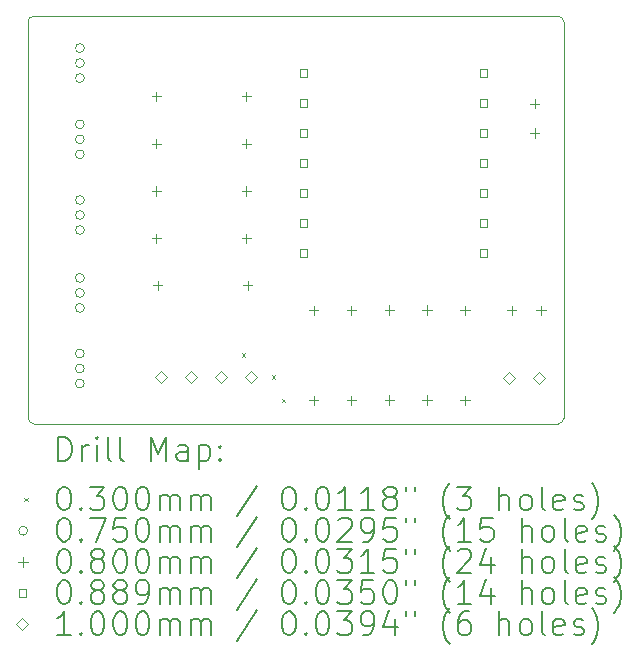
<source format=gbr>
%TF.GenerationSoftware,KiCad,Pcbnew,8.0.6*%
%TF.CreationDate,2024-12-06T19:29:03-08:00*%
%TF.ProjectId,ohmnote,6f686d6e-6f74-4652-9e6b-696361645f70,rev?*%
%TF.SameCoordinates,Original*%
%TF.FileFunction,Drillmap*%
%TF.FilePolarity,Positive*%
%FSLAX45Y45*%
G04 Gerber Fmt 4.5, Leading zero omitted, Abs format (unit mm)*
G04 Created by KiCad (PCBNEW 8.0.6) date 2024-12-06 19:29:03*
%MOMM*%
%LPD*%
G01*
G04 APERTURE LIST*
%ADD10C,0.050000*%
%ADD11C,0.200000*%
%ADD12C,0.100000*%
G04 APERTURE END LIST*
D10*
X12670800Y-10920000D02*
G75*
G02*
X12620000Y-10869200I0J50800D01*
G01*
X17109200Y-7470000D02*
G75*
G02*
X17160000Y-7520800I0J-50800D01*
G01*
X17160000Y-7520800D02*
X17160000Y-10869200D01*
X12620000Y-10869200D02*
X12620000Y-7520800D01*
X17160000Y-10869200D02*
G75*
G02*
X17109200Y-10920000I-50800J0D01*
G01*
X12620000Y-7520800D02*
G75*
G02*
X12670800Y-7470000I50800J0D01*
G01*
X17109200Y-10920000D02*
X12670800Y-10920000D01*
X12670800Y-7470000D02*
X17109200Y-7470000D01*
D11*
D12*
X14432500Y-10322500D02*
X14462500Y-10352500D01*
X14462500Y-10322500D02*
X14432500Y-10352500D01*
X14685000Y-10510000D02*
X14715000Y-10540000D01*
X14715000Y-10510000D02*
X14685000Y-10540000D01*
X14767500Y-10707500D02*
X14797500Y-10737500D01*
X14797500Y-10707500D02*
X14767500Y-10737500D01*
X13097500Y-7740000D02*
G75*
G02*
X13022500Y-7740000I-37500J0D01*
G01*
X13022500Y-7740000D02*
G75*
G02*
X13097500Y-7740000I37500J0D01*
G01*
X13097500Y-7867000D02*
G75*
G02*
X13022500Y-7867000I-37500J0D01*
G01*
X13022500Y-7867000D02*
G75*
G02*
X13097500Y-7867000I37500J0D01*
G01*
X13097500Y-7994000D02*
G75*
G02*
X13022500Y-7994000I-37500J0D01*
G01*
X13022500Y-7994000D02*
G75*
G02*
X13097500Y-7994000I37500J0D01*
G01*
X13097500Y-8386000D02*
G75*
G02*
X13022500Y-8386000I-37500J0D01*
G01*
X13022500Y-8386000D02*
G75*
G02*
X13097500Y-8386000I37500J0D01*
G01*
X13097500Y-8513000D02*
G75*
G02*
X13022500Y-8513000I-37500J0D01*
G01*
X13022500Y-8513000D02*
G75*
G02*
X13097500Y-8513000I37500J0D01*
G01*
X13097500Y-8640000D02*
G75*
G02*
X13022500Y-8640000I-37500J0D01*
G01*
X13022500Y-8640000D02*
G75*
G02*
X13097500Y-8640000I37500J0D01*
G01*
X13097500Y-9026000D02*
G75*
G02*
X13022500Y-9026000I-37500J0D01*
G01*
X13022500Y-9026000D02*
G75*
G02*
X13097500Y-9026000I37500J0D01*
G01*
X13097500Y-9153000D02*
G75*
G02*
X13022500Y-9153000I-37500J0D01*
G01*
X13022500Y-9153000D02*
G75*
G02*
X13097500Y-9153000I37500J0D01*
G01*
X13097500Y-9280000D02*
G75*
G02*
X13022500Y-9280000I-37500J0D01*
G01*
X13022500Y-9280000D02*
G75*
G02*
X13097500Y-9280000I37500J0D01*
G01*
X13097500Y-9686000D02*
G75*
G02*
X13022500Y-9686000I-37500J0D01*
G01*
X13022500Y-9686000D02*
G75*
G02*
X13097500Y-9686000I37500J0D01*
G01*
X13097500Y-9813000D02*
G75*
G02*
X13022500Y-9813000I-37500J0D01*
G01*
X13022500Y-9813000D02*
G75*
G02*
X13097500Y-9813000I37500J0D01*
G01*
X13097500Y-9940000D02*
G75*
G02*
X13022500Y-9940000I-37500J0D01*
G01*
X13022500Y-9940000D02*
G75*
G02*
X13097500Y-9940000I37500J0D01*
G01*
X13097500Y-10326000D02*
G75*
G02*
X13022500Y-10326000I-37500J0D01*
G01*
X13022500Y-10326000D02*
G75*
G02*
X13097500Y-10326000I37500J0D01*
G01*
X13097500Y-10453000D02*
G75*
G02*
X13022500Y-10453000I-37500J0D01*
G01*
X13022500Y-10453000D02*
G75*
G02*
X13097500Y-10453000I37500J0D01*
G01*
X13097500Y-10580000D02*
G75*
G02*
X13022500Y-10580000I-37500J0D01*
G01*
X13022500Y-10580000D02*
G75*
G02*
X13097500Y-10580000I37500J0D01*
G01*
X13708000Y-8110000D02*
X13708000Y-8190000D01*
X13668000Y-8150000D02*
X13748000Y-8150000D01*
X13708000Y-8510000D02*
X13708000Y-8590000D01*
X13668000Y-8550000D02*
X13748000Y-8550000D01*
X13708000Y-8910000D02*
X13708000Y-8990000D01*
X13668000Y-8950000D02*
X13748000Y-8950000D01*
X13708000Y-9310000D02*
X13708000Y-9390000D01*
X13668000Y-9350000D02*
X13748000Y-9350000D01*
X13718000Y-9710000D02*
X13718000Y-9790000D01*
X13678000Y-9750000D02*
X13758000Y-9750000D01*
X14470000Y-8110000D02*
X14470000Y-8190000D01*
X14430000Y-8150000D02*
X14510000Y-8150000D01*
X14470000Y-8510000D02*
X14470000Y-8590000D01*
X14430000Y-8550000D02*
X14510000Y-8550000D01*
X14470000Y-8910000D02*
X14470000Y-8990000D01*
X14430000Y-8950000D02*
X14510000Y-8950000D01*
X14470000Y-9310000D02*
X14470000Y-9390000D01*
X14430000Y-9350000D02*
X14510000Y-9350000D01*
X14480000Y-9710000D02*
X14480000Y-9790000D01*
X14440000Y-9750000D02*
X14520000Y-9750000D01*
X15040000Y-9921000D02*
X15040000Y-10001000D01*
X15000000Y-9961000D02*
X15080000Y-9961000D01*
X15040000Y-10683000D02*
X15040000Y-10763000D01*
X15000000Y-10723000D02*
X15080000Y-10723000D01*
X15360000Y-9920000D02*
X15360000Y-10000000D01*
X15320000Y-9960000D02*
X15400000Y-9960000D01*
X15360000Y-10682000D02*
X15360000Y-10762000D01*
X15320000Y-10722000D02*
X15400000Y-10722000D01*
X15680000Y-9919000D02*
X15680000Y-9999000D01*
X15640000Y-9959000D02*
X15720000Y-9959000D01*
X15680000Y-10681000D02*
X15680000Y-10761000D01*
X15640000Y-10721000D02*
X15720000Y-10721000D01*
X16000000Y-9919000D02*
X16000000Y-9999000D01*
X15960000Y-9959000D02*
X16040000Y-9959000D01*
X16000000Y-10681000D02*
X16000000Y-10761000D01*
X15960000Y-10721000D02*
X16040000Y-10721000D01*
X16320000Y-9920000D02*
X16320000Y-10000000D01*
X16280000Y-9960000D02*
X16360000Y-9960000D01*
X16320000Y-10682000D02*
X16320000Y-10762000D01*
X16280000Y-10722000D02*
X16360000Y-10722000D01*
X16715000Y-9920000D02*
X16715000Y-10000000D01*
X16675000Y-9960000D02*
X16755000Y-9960000D01*
X16910000Y-8170000D02*
X16910000Y-8250000D01*
X16870000Y-8210000D02*
X16950000Y-8210000D01*
X16910000Y-8420000D02*
X16910000Y-8500000D01*
X16870000Y-8460000D02*
X16950000Y-8460000D01*
X16965000Y-9920000D02*
X16965000Y-10000000D01*
X16925000Y-9960000D02*
X17005000Y-9960000D01*
X14987431Y-7981431D02*
X14987431Y-7918569D01*
X14924569Y-7918569D01*
X14924569Y-7981431D01*
X14987431Y-7981431D01*
X14987431Y-8235431D02*
X14987431Y-8172569D01*
X14924569Y-8172569D01*
X14924569Y-8235431D01*
X14987431Y-8235431D01*
X14987431Y-8489431D02*
X14987431Y-8426569D01*
X14924569Y-8426569D01*
X14924569Y-8489431D01*
X14987431Y-8489431D01*
X14987431Y-8743431D02*
X14987431Y-8680569D01*
X14924569Y-8680569D01*
X14924569Y-8743431D01*
X14987431Y-8743431D01*
X14987431Y-8997431D02*
X14987431Y-8934569D01*
X14924569Y-8934569D01*
X14924569Y-8997431D01*
X14987431Y-8997431D01*
X14987431Y-9251431D02*
X14987431Y-9188569D01*
X14924569Y-9188569D01*
X14924569Y-9251431D01*
X14987431Y-9251431D01*
X14987431Y-9505431D02*
X14987431Y-9442569D01*
X14924569Y-9442569D01*
X14924569Y-9505431D01*
X14987431Y-9505431D01*
X16511431Y-7981431D02*
X16511431Y-7918569D01*
X16448569Y-7918569D01*
X16448569Y-7981431D01*
X16511431Y-7981431D01*
X16511431Y-8235431D02*
X16511431Y-8172569D01*
X16448569Y-8172569D01*
X16448569Y-8235431D01*
X16511431Y-8235431D01*
X16511431Y-8489431D02*
X16511431Y-8426569D01*
X16448569Y-8426569D01*
X16448569Y-8489431D01*
X16511431Y-8489431D01*
X16511431Y-8743431D02*
X16511431Y-8680569D01*
X16448569Y-8680569D01*
X16448569Y-8743431D01*
X16511431Y-8743431D01*
X16511431Y-8997431D02*
X16511431Y-8934569D01*
X16448569Y-8934569D01*
X16448569Y-8997431D01*
X16511431Y-8997431D01*
X16511431Y-9251431D02*
X16511431Y-9188569D01*
X16448569Y-9188569D01*
X16448569Y-9251431D01*
X16511431Y-9251431D01*
X16511431Y-9505431D02*
X16511431Y-9442569D01*
X16448569Y-9442569D01*
X16448569Y-9505431D01*
X16511431Y-9505431D01*
X13750000Y-10577500D02*
X13800000Y-10527500D01*
X13750000Y-10477500D01*
X13700000Y-10527500D01*
X13750000Y-10577500D01*
X14004000Y-10577500D02*
X14054000Y-10527500D01*
X14004000Y-10477500D01*
X13954000Y-10527500D01*
X14004000Y-10577500D01*
X14258000Y-10577500D02*
X14308000Y-10527500D01*
X14258000Y-10477500D01*
X14208000Y-10527500D01*
X14258000Y-10577500D01*
X14512000Y-10577500D02*
X14562000Y-10527500D01*
X14512000Y-10477500D01*
X14462000Y-10527500D01*
X14512000Y-10577500D01*
X16696000Y-10582500D02*
X16746000Y-10532500D01*
X16696000Y-10482500D01*
X16646000Y-10532500D01*
X16696000Y-10582500D01*
X16950000Y-10582500D02*
X17000000Y-10532500D01*
X16950000Y-10482500D01*
X16900000Y-10532500D01*
X16950000Y-10582500D01*
D11*
X12878277Y-11233984D02*
X12878277Y-11033984D01*
X12878277Y-11033984D02*
X12925896Y-11033984D01*
X12925896Y-11033984D02*
X12954467Y-11043508D01*
X12954467Y-11043508D02*
X12973515Y-11062555D01*
X12973515Y-11062555D02*
X12983039Y-11081603D01*
X12983039Y-11081603D02*
X12992562Y-11119698D01*
X12992562Y-11119698D02*
X12992562Y-11148270D01*
X12992562Y-11148270D02*
X12983039Y-11186365D01*
X12983039Y-11186365D02*
X12973515Y-11205412D01*
X12973515Y-11205412D02*
X12954467Y-11224460D01*
X12954467Y-11224460D02*
X12925896Y-11233984D01*
X12925896Y-11233984D02*
X12878277Y-11233984D01*
X13078277Y-11233984D02*
X13078277Y-11100650D01*
X13078277Y-11138746D02*
X13087801Y-11119698D01*
X13087801Y-11119698D02*
X13097324Y-11110174D01*
X13097324Y-11110174D02*
X13116372Y-11100650D01*
X13116372Y-11100650D02*
X13135420Y-11100650D01*
X13202086Y-11233984D02*
X13202086Y-11100650D01*
X13202086Y-11033984D02*
X13192562Y-11043508D01*
X13192562Y-11043508D02*
X13202086Y-11053031D01*
X13202086Y-11053031D02*
X13211610Y-11043508D01*
X13211610Y-11043508D02*
X13202086Y-11033984D01*
X13202086Y-11033984D02*
X13202086Y-11053031D01*
X13325896Y-11233984D02*
X13306848Y-11224460D01*
X13306848Y-11224460D02*
X13297324Y-11205412D01*
X13297324Y-11205412D02*
X13297324Y-11033984D01*
X13430658Y-11233984D02*
X13411610Y-11224460D01*
X13411610Y-11224460D02*
X13402086Y-11205412D01*
X13402086Y-11205412D02*
X13402086Y-11033984D01*
X13659229Y-11233984D02*
X13659229Y-11033984D01*
X13659229Y-11033984D02*
X13725896Y-11176841D01*
X13725896Y-11176841D02*
X13792562Y-11033984D01*
X13792562Y-11033984D02*
X13792562Y-11233984D01*
X13973515Y-11233984D02*
X13973515Y-11129222D01*
X13973515Y-11129222D02*
X13963991Y-11110174D01*
X13963991Y-11110174D02*
X13944943Y-11100650D01*
X13944943Y-11100650D02*
X13906848Y-11100650D01*
X13906848Y-11100650D02*
X13887801Y-11110174D01*
X13973515Y-11224460D02*
X13954467Y-11233984D01*
X13954467Y-11233984D02*
X13906848Y-11233984D01*
X13906848Y-11233984D02*
X13887801Y-11224460D01*
X13887801Y-11224460D02*
X13878277Y-11205412D01*
X13878277Y-11205412D02*
X13878277Y-11186365D01*
X13878277Y-11186365D02*
X13887801Y-11167317D01*
X13887801Y-11167317D02*
X13906848Y-11157793D01*
X13906848Y-11157793D02*
X13954467Y-11157793D01*
X13954467Y-11157793D02*
X13973515Y-11148270D01*
X14068753Y-11100650D02*
X14068753Y-11300650D01*
X14068753Y-11110174D02*
X14087801Y-11100650D01*
X14087801Y-11100650D02*
X14125896Y-11100650D01*
X14125896Y-11100650D02*
X14144943Y-11110174D01*
X14144943Y-11110174D02*
X14154467Y-11119698D01*
X14154467Y-11119698D02*
X14163991Y-11138746D01*
X14163991Y-11138746D02*
X14163991Y-11195888D01*
X14163991Y-11195888D02*
X14154467Y-11214936D01*
X14154467Y-11214936D02*
X14144943Y-11224460D01*
X14144943Y-11224460D02*
X14125896Y-11233984D01*
X14125896Y-11233984D02*
X14087801Y-11233984D01*
X14087801Y-11233984D02*
X14068753Y-11224460D01*
X14249705Y-11214936D02*
X14259229Y-11224460D01*
X14259229Y-11224460D02*
X14249705Y-11233984D01*
X14249705Y-11233984D02*
X14240182Y-11224460D01*
X14240182Y-11224460D02*
X14249705Y-11214936D01*
X14249705Y-11214936D02*
X14249705Y-11233984D01*
X14249705Y-11110174D02*
X14259229Y-11119698D01*
X14259229Y-11119698D02*
X14249705Y-11129222D01*
X14249705Y-11129222D02*
X14240182Y-11119698D01*
X14240182Y-11119698D02*
X14249705Y-11110174D01*
X14249705Y-11110174D02*
X14249705Y-11129222D01*
D12*
X12587500Y-11547500D02*
X12617500Y-11577500D01*
X12617500Y-11547500D02*
X12587500Y-11577500D01*
D11*
X12916372Y-11453984D02*
X12935420Y-11453984D01*
X12935420Y-11453984D02*
X12954467Y-11463508D01*
X12954467Y-11463508D02*
X12963991Y-11473031D01*
X12963991Y-11473031D02*
X12973515Y-11492079D01*
X12973515Y-11492079D02*
X12983039Y-11530174D01*
X12983039Y-11530174D02*
X12983039Y-11577793D01*
X12983039Y-11577793D02*
X12973515Y-11615888D01*
X12973515Y-11615888D02*
X12963991Y-11634936D01*
X12963991Y-11634936D02*
X12954467Y-11644460D01*
X12954467Y-11644460D02*
X12935420Y-11653984D01*
X12935420Y-11653984D02*
X12916372Y-11653984D01*
X12916372Y-11653984D02*
X12897324Y-11644460D01*
X12897324Y-11644460D02*
X12887801Y-11634936D01*
X12887801Y-11634936D02*
X12878277Y-11615888D01*
X12878277Y-11615888D02*
X12868753Y-11577793D01*
X12868753Y-11577793D02*
X12868753Y-11530174D01*
X12868753Y-11530174D02*
X12878277Y-11492079D01*
X12878277Y-11492079D02*
X12887801Y-11473031D01*
X12887801Y-11473031D02*
X12897324Y-11463508D01*
X12897324Y-11463508D02*
X12916372Y-11453984D01*
X13068753Y-11634936D02*
X13078277Y-11644460D01*
X13078277Y-11644460D02*
X13068753Y-11653984D01*
X13068753Y-11653984D02*
X13059229Y-11644460D01*
X13059229Y-11644460D02*
X13068753Y-11634936D01*
X13068753Y-11634936D02*
X13068753Y-11653984D01*
X13144943Y-11453984D02*
X13268753Y-11453984D01*
X13268753Y-11453984D02*
X13202086Y-11530174D01*
X13202086Y-11530174D02*
X13230658Y-11530174D01*
X13230658Y-11530174D02*
X13249705Y-11539698D01*
X13249705Y-11539698D02*
X13259229Y-11549222D01*
X13259229Y-11549222D02*
X13268753Y-11568269D01*
X13268753Y-11568269D02*
X13268753Y-11615888D01*
X13268753Y-11615888D02*
X13259229Y-11634936D01*
X13259229Y-11634936D02*
X13249705Y-11644460D01*
X13249705Y-11644460D02*
X13230658Y-11653984D01*
X13230658Y-11653984D02*
X13173515Y-11653984D01*
X13173515Y-11653984D02*
X13154467Y-11644460D01*
X13154467Y-11644460D02*
X13144943Y-11634936D01*
X13392562Y-11453984D02*
X13411610Y-11453984D01*
X13411610Y-11453984D02*
X13430658Y-11463508D01*
X13430658Y-11463508D02*
X13440182Y-11473031D01*
X13440182Y-11473031D02*
X13449705Y-11492079D01*
X13449705Y-11492079D02*
X13459229Y-11530174D01*
X13459229Y-11530174D02*
X13459229Y-11577793D01*
X13459229Y-11577793D02*
X13449705Y-11615888D01*
X13449705Y-11615888D02*
X13440182Y-11634936D01*
X13440182Y-11634936D02*
X13430658Y-11644460D01*
X13430658Y-11644460D02*
X13411610Y-11653984D01*
X13411610Y-11653984D02*
X13392562Y-11653984D01*
X13392562Y-11653984D02*
X13373515Y-11644460D01*
X13373515Y-11644460D02*
X13363991Y-11634936D01*
X13363991Y-11634936D02*
X13354467Y-11615888D01*
X13354467Y-11615888D02*
X13344943Y-11577793D01*
X13344943Y-11577793D02*
X13344943Y-11530174D01*
X13344943Y-11530174D02*
X13354467Y-11492079D01*
X13354467Y-11492079D02*
X13363991Y-11473031D01*
X13363991Y-11473031D02*
X13373515Y-11463508D01*
X13373515Y-11463508D02*
X13392562Y-11453984D01*
X13583039Y-11453984D02*
X13602086Y-11453984D01*
X13602086Y-11453984D02*
X13621134Y-11463508D01*
X13621134Y-11463508D02*
X13630658Y-11473031D01*
X13630658Y-11473031D02*
X13640182Y-11492079D01*
X13640182Y-11492079D02*
X13649705Y-11530174D01*
X13649705Y-11530174D02*
X13649705Y-11577793D01*
X13649705Y-11577793D02*
X13640182Y-11615888D01*
X13640182Y-11615888D02*
X13630658Y-11634936D01*
X13630658Y-11634936D02*
X13621134Y-11644460D01*
X13621134Y-11644460D02*
X13602086Y-11653984D01*
X13602086Y-11653984D02*
X13583039Y-11653984D01*
X13583039Y-11653984D02*
X13563991Y-11644460D01*
X13563991Y-11644460D02*
X13554467Y-11634936D01*
X13554467Y-11634936D02*
X13544943Y-11615888D01*
X13544943Y-11615888D02*
X13535420Y-11577793D01*
X13535420Y-11577793D02*
X13535420Y-11530174D01*
X13535420Y-11530174D02*
X13544943Y-11492079D01*
X13544943Y-11492079D02*
X13554467Y-11473031D01*
X13554467Y-11473031D02*
X13563991Y-11463508D01*
X13563991Y-11463508D02*
X13583039Y-11453984D01*
X13735420Y-11653984D02*
X13735420Y-11520650D01*
X13735420Y-11539698D02*
X13744943Y-11530174D01*
X13744943Y-11530174D02*
X13763991Y-11520650D01*
X13763991Y-11520650D02*
X13792563Y-11520650D01*
X13792563Y-11520650D02*
X13811610Y-11530174D01*
X13811610Y-11530174D02*
X13821134Y-11549222D01*
X13821134Y-11549222D02*
X13821134Y-11653984D01*
X13821134Y-11549222D02*
X13830658Y-11530174D01*
X13830658Y-11530174D02*
X13849705Y-11520650D01*
X13849705Y-11520650D02*
X13878277Y-11520650D01*
X13878277Y-11520650D02*
X13897324Y-11530174D01*
X13897324Y-11530174D02*
X13906848Y-11549222D01*
X13906848Y-11549222D02*
X13906848Y-11653984D01*
X14002086Y-11653984D02*
X14002086Y-11520650D01*
X14002086Y-11539698D02*
X14011610Y-11530174D01*
X14011610Y-11530174D02*
X14030658Y-11520650D01*
X14030658Y-11520650D02*
X14059229Y-11520650D01*
X14059229Y-11520650D02*
X14078277Y-11530174D01*
X14078277Y-11530174D02*
X14087801Y-11549222D01*
X14087801Y-11549222D02*
X14087801Y-11653984D01*
X14087801Y-11549222D02*
X14097324Y-11530174D01*
X14097324Y-11530174D02*
X14116372Y-11520650D01*
X14116372Y-11520650D02*
X14144943Y-11520650D01*
X14144943Y-11520650D02*
X14163991Y-11530174D01*
X14163991Y-11530174D02*
X14173515Y-11549222D01*
X14173515Y-11549222D02*
X14173515Y-11653984D01*
X14563991Y-11444460D02*
X14392563Y-11701603D01*
X14821134Y-11453984D02*
X14840182Y-11453984D01*
X14840182Y-11453984D02*
X14859229Y-11463508D01*
X14859229Y-11463508D02*
X14868753Y-11473031D01*
X14868753Y-11473031D02*
X14878277Y-11492079D01*
X14878277Y-11492079D02*
X14887801Y-11530174D01*
X14887801Y-11530174D02*
X14887801Y-11577793D01*
X14887801Y-11577793D02*
X14878277Y-11615888D01*
X14878277Y-11615888D02*
X14868753Y-11634936D01*
X14868753Y-11634936D02*
X14859229Y-11644460D01*
X14859229Y-11644460D02*
X14840182Y-11653984D01*
X14840182Y-11653984D02*
X14821134Y-11653984D01*
X14821134Y-11653984D02*
X14802086Y-11644460D01*
X14802086Y-11644460D02*
X14792563Y-11634936D01*
X14792563Y-11634936D02*
X14783039Y-11615888D01*
X14783039Y-11615888D02*
X14773515Y-11577793D01*
X14773515Y-11577793D02*
X14773515Y-11530174D01*
X14773515Y-11530174D02*
X14783039Y-11492079D01*
X14783039Y-11492079D02*
X14792563Y-11473031D01*
X14792563Y-11473031D02*
X14802086Y-11463508D01*
X14802086Y-11463508D02*
X14821134Y-11453984D01*
X14973515Y-11634936D02*
X14983039Y-11644460D01*
X14983039Y-11644460D02*
X14973515Y-11653984D01*
X14973515Y-11653984D02*
X14963991Y-11644460D01*
X14963991Y-11644460D02*
X14973515Y-11634936D01*
X14973515Y-11634936D02*
X14973515Y-11653984D01*
X15106848Y-11453984D02*
X15125896Y-11453984D01*
X15125896Y-11453984D02*
X15144944Y-11463508D01*
X15144944Y-11463508D02*
X15154467Y-11473031D01*
X15154467Y-11473031D02*
X15163991Y-11492079D01*
X15163991Y-11492079D02*
X15173515Y-11530174D01*
X15173515Y-11530174D02*
X15173515Y-11577793D01*
X15173515Y-11577793D02*
X15163991Y-11615888D01*
X15163991Y-11615888D02*
X15154467Y-11634936D01*
X15154467Y-11634936D02*
X15144944Y-11644460D01*
X15144944Y-11644460D02*
X15125896Y-11653984D01*
X15125896Y-11653984D02*
X15106848Y-11653984D01*
X15106848Y-11653984D02*
X15087801Y-11644460D01*
X15087801Y-11644460D02*
X15078277Y-11634936D01*
X15078277Y-11634936D02*
X15068753Y-11615888D01*
X15068753Y-11615888D02*
X15059229Y-11577793D01*
X15059229Y-11577793D02*
X15059229Y-11530174D01*
X15059229Y-11530174D02*
X15068753Y-11492079D01*
X15068753Y-11492079D02*
X15078277Y-11473031D01*
X15078277Y-11473031D02*
X15087801Y-11463508D01*
X15087801Y-11463508D02*
X15106848Y-11453984D01*
X15363991Y-11653984D02*
X15249706Y-11653984D01*
X15306848Y-11653984D02*
X15306848Y-11453984D01*
X15306848Y-11453984D02*
X15287801Y-11482555D01*
X15287801Y-11482555D02*
X15268753Y-11501603D01*
X15268753Y-11501603D02*
X15249706Y-11511127D01*
X15554467Y-11653984D02*
X15440182Y-11653984D01*
X15497325Y-11653984D02*
X15497325Y-11453984D01*
X15497325Y-11453984D02*
X15478277Y-11482555D01*
X15478277Y-11482555D02*
X15459229Y-11501603D01*
X15459229Y-11501603D02*
X15440182Y-11511127D01*
X15668753Y-11539698D02*
X15649706Y-11530174D01*
X15649706Y-11530174D02*
X15640182Y-11520650D01*
X15640182Y-11520650D02*
X15630658Y-11501603D01*
X15630658Y-11501603D02*
X15630658Y-11492079D01*
X15630658Y-11492079D02*
X15640182Y-11473031D01*
X15640182Y-11473031D02*
X15649706Y-11463508D01*
X15649706Y-11463508D02*
X15668753Y-11453984D01*
X15668753Y-11453984D02*
X15706848Y-11453984D01*
X15706848Y-11453984D02*
X15725896Y-11463508D01*
X15725896Y-11463508D02*
X15735420Y-11473031D01*
X15735420Y-11473031D02*
X15744944Y-11492079D01*
X15744944Y-11492079D02*
X15744944Y-11501603D01*
X15744944Y-11501603D02*
X15735420Y-11520650D01*
X15735420Y-11520650D02*
X15725896Y-11530174D01*
X15725896Y-11530174D02*
X15706848Y-11539698D01*
X15706848Y-11539698D02*
X15668753Y-11539698D01*
X15668753Y-11539698D02*
X15649706Y-11549222D01*
X15649706Y-11549222D02*
X15640182Y-11558746D01*
X15640182Y-11558746D02*
X15630658Y-11577793D01*
X15630658Y-11577793D02*
X15630658Y-11615888D01*
X15630658Y-11615888D02*
X15640182Y-11634936D01*
X15640182Y-11634936D02*
X15649706Y-11644460D01*
X15649706Y-11644460D02*
X15668753Y-11653984D01*
X15668753Y-11653984D02*
X15706848Y-11653984D01*
X15706848Y-11653984D02*
X15725896Y-11644460D01*
X15725896Y-11644460D02*
X15735420Y-11634936D01*
X15735420Y-11634936D02*
X15744944Y-11615888D01*
X15744944Y-11615888D02*
X15744944Y-11577793D01*
X15744944Y-11577793D02*
X15735420Y-11558746D01*
X15735420Y-11558746D02*
X15725896Y-11549222D01*
X15725896Y-11549222D02*
X15706848Y-11539698D01*
X15821134Y-11453984D02*
X15821134Y-11492079D01*
X15897325Y-11453984D02*
X15897325Y-11492079D01*
X16192563Y-11730174D02*
X16183039Y-11720650D01*
X16183039Y-11720650D02*
X16163991Y-11692079D01*
X16163991Y-11692079D02*
X16154468Y-11673031D01*
X16154468Y-11673031D02*
X16144944Y-11644460D01*
X16144944Y-11644460D02*
X16135420Y-11596841D01*
X16135420Y-11596841D02*
X16135420Y-11558746D01*
X16135420Y-11558746D02*
X16144944Y-11511127D01*
X16144944Y-11511127D02*
X16154468Y-11482555D01*
X16154468Y-11482555D02*
X16163991Y-11463508D01*
X16163991Y-11463508D02*
X16183039Y-11434936D01*
X16183039Y-11434936D02*
X16192563Y-11425412D01*
X16249706Y-11453984D02*
X16373515Y-11453984D01*
X16373515Y-11453984D02*
X16306848Y-11530174D01*
X16306848Y-11530174D02*
X16335420Y-11530174D01*
X16335420Y-11530174D02*
X16354468Y-11539698D01*
X16354468Y-11539698D02*
X16363991Y-11549222D01*
X16363991Y-11549222D02*
X16373515Y-11568269D01*
X16373515Y-11568269D02*
X16373515Y-11615888D01*
X16373515Y-11615888D02*
X16363991Y-11634936D01*
X16363991Y-11634936D02*
X16354468Y-11644460D01*
X16354468Y-11644460D02*
X16335420Y-11653984D01*
X16335420Y-11653984D02*
X16278277Y-11653984D01*
X16278277Y-11653984D02*
X16259229Y-11644460D01*
X16259229Y-11644460D02*
X16249706Y-11634936D01*
X16611610Y-11653984D02*
X16611610Y-11453984D01*
X16697325Y-11653984D02*
X16697325Y-11549222D01*
X16697325Y-11549222D02*
X16687801Y-11530174D01*
X16687801Y-11530174D02*
X16668753Y-11520650D01*
X16668753Y-11520650D02*
X16640182Y-11520650D01*
X16640182Y-11520650D02*
X16621134Y-11530174D01*
X16621134Y-11530174D02*
X16611610Y-11539698D01*
X16821134Y-11653984D02*
X16802087Y-11644460D01*
X16802087Y-11644460D02*
X16792563Y-11634936D01*
X16792563Y-11634936D02*
X16783039Y-11615888D01*
X16783039Y-11615888D02*
X16783039Y-11558746D01*
X16783039Y-11558746D02*
X16792563Y-11539698D01*
X16792563Y-11539698D02*
X16802087Y-11530174D01*
X16802087Y-11530174D02*
X16821134Y-11520650D01*
X16821134Y-11520650D02*
X16849706Y-11520650D01*
X16849706Y-11520650D02*
X16868753Y-11530174D01*
X16868753Y-11530174D02*
X16878277Y-11539698D01*
X16878277Y-11539698D02*
X16887801Y-11558746D01*
X16887801Y-11558746D02*
X16887801Y-11615888D01*
X16887801Y-11615888D02*
X16878277Y-11634936D01*
X16878277Y-11634936D02*
X16868753Y-11644460D01*
X16868753Y-11644460D02*
X16849706Y-11653984D01*
X16849706Y-11653984D02*
X16821134Y-11653984D01*
X17002087Y-11653984D02*
X16983039Y-11644460D01*
X16983039Y-11644460D02*
X16973515Y-11625412D01*
X16973515Y-11625412D02*
X16973515Y-11453984D01*
X17154468Y-11644460D02*
X17135420Y-11653984D01*
X17135420Y-11653984D02*
X17097325Y-11653984D01*
X17097325Y-11653984D02*
X17078277Y-11644460D01*
X17078277Y-11644460D02*
X17068753Y-11625412D01*
X17068753Y-11625412D02*
X17068753Y-11549222D01*
X17068753Y-11549222D02*
X17078277Y-11530174D01*
X17078277Y-11530174D02*
X17097325Y-11520650D01*
X17097325Y-11520650D02*
X17135420Y-11520650D01*
X17135420Y-11520650D02*
X17154468Y-11530174D01*
X17154468Y-11530174D02*
X17163992Y-11549222D01*
X17163992Y-11549222D02*
X17163992Y-11568269D01*
X17163992Y-11568269D02*
X17068753Y-11587317D01*
X17240182Y-11644460D02*
X17259230Y-11653984D01*
X17259230Y-11653984D02*
X17297325Y-11653984D01*
X17297325Y-11653984D02*
X17316373Y-11644460D01*
X17316373Y-11644460D02*
X17325896Y-11625412D01*
X17325896Y-11625412D02*
X17325896Y-11615888D01*
X17325896Y-11615888D02*
X17316373Y-11596841D01*
X17316373Y-11596841D02*
X17297325Y-11587317D01*
X17297325Y-11587317D02*
X17268753Y-11587317D01*
X17268753Y-11587317D02*
X17249706Y-11577793D01*
X17249706Y-11577793D02*
X17240182Y-11558746D01*
X17240182Y-11558746D02*
X17240182Y-11549222D01*
X17240182Y-11549222D02*
X17249706Y-11530174D01*
X17249706Y-11530174D02*
X17268753Y-11520650D01*
X17268753Y-11520650D02*
X17297325Y-11520650D01*
X17297325Y-11520650D02*
X17316373Y-11530174D01*
X17392563Y-11730174D02*
X17402087Y-11720650D01*
X17402087Y-11720650D02*
X17421134Y-11692079D01*
X17421134Y-11692079D02*
X17430658Y-11673031D01*
X17430658Y-11673031D02*
X17440182Y-11644460D01*
X17440182Y-11644460D02*
X17449706Y-11596841D01*
X17449706Y-11596841D02*
X17449706Y-11558746D01*
X17449706Y-11558746D02*
X17440182Y-11511127D01*
X17440182Y-11511127D02*
X17430658Y-11482555D01*
X17430658Y-11482555D02*
X17421134Y-11463508D01*
X17421134Y-11463508D02*
X17402087Y-11434936D01*
X17402087Y-11434936D02*
X17392563Y-11425412D01*
D12*
X12617500Y-11826500D02*
G75*
G02*
X12542500Y-11826500I-37500J0D01*
G01*
X12542500Y-11826500D02*
G75*
G02*
X12617500Y-11826500I37500J0D01*
G01*
D11*
X12916372Y-11717984D02*
X12935420Y-11717984D01*
X12935420Y-11717984D02*
X12954467Y-11727508D01*
X12954467Y-11727508D02*
X12963991Y-11737031D01*
X12963991Y-11737031D02*
X12973515Y-11756079D01*
X12973515Y-11756079D02*
X12983039Y-11794174D01*
X12983039Y-11794174D02*
X12983039Y-11841793D01*
X12983039Y-11841793D02*
X12973515Y-11879888D01*
X12973515Y-11879888D02*
X12963991Y-11898936D01*
X12963991Y-11898936D02*
X12954467Y-11908460D01*
X12954467Y-11908460D02*
X12935420Y-11917984D01*
X12935420Y-11917984D02*
X12916372Y-11917984D01*
X12916372Y-11917984D02*
X12897324Y-11908460D01*
X12897324Y-11908460D02*
X12887801Y-11898936D01*
X12887801Y-11898936D02*
X12878277Y-11879888D01*
X12878277Y-11879888D02*
X12868753Y-11841793D01*
X12868753Y-11841793D02*
X12868753Y-11794174D01*
X12868753Y-11794174D02*
X12878277Y-11756079D01*
X12878277Y-11756079D02*
X12887801Y-11737031D01*
X12887801Y-11737031D02*
X12897324Y-11727508D01*
X12897324Y-11727508D02*
X12916372Y-11717984D01*
X13068753Y-11898936D02*
X13078277Y-11908460D01*
X13078277Y-11908460D02*
X13068753Y-11917984D01*
X13068753Y-11917984D02*
X13059229Y-11908460D01*
X13059229Y-11908460D02*
X13068753Y-11898936D01*
X13068753Y-11898936D02*
X13068753Y-11917984D01*
X13144943Y-11717984D02*
X13278277Y-11717984D01*
X13278277Y-11717984D02*
X13192562Y-11917984D01*
X13449705Y-11717984D02*
X13354467Y-11717984D01*
X13354467Y-11717984D02*
X13344943Y-11813222D01*
X13344943Y-11813222D02*
X13354467Y-11803698D01*
X13354467Y-11803698D02*
X13373515Y-11794174D01*
X13373515Y-11794174D02*
X13421134Y-11794174D01*
X13421134Y-11794174D02*
X13440182Y-11803698D01*
X13440182Y-11803698D02*
X13449705Y-11813222D01*
X13449705Y-11813222D02*
X13459229Y-11832269D01*
X13459229Y-11832269D02*
X13459229Y-11879888D01*
X13459229Y-11879888D02*
X13449705Y-11898936D01*
X13449705Y-11898936D02*
X13440182Y-11908460D01*
X13440182Y-11908460D02*
X13421134Y-11917984D01*
X13421134Y-11917984D02*
X13373515Y-11917984D01*
X13373515Y-11917984D02*
X13354467Y-11908460D01*
X13354467Y-11908460D02*
X13344943Y-11898936D01*
X13583039Y-11717984D02*
X13602086Y-11717984D01*
X13602086Y-11717984D02*
X13621134Y-11727508D01*
X13621134Y-11727508D02*
X13630658Y-11737031D01*
X13630658Y-11737031D02*
X13640182Y-11756079D01*
X13640182Y-11756079D02*
X13649705Y-11794174D01*
X13649705Y-11794174D02*
X13649705Y-11841793D01*
X13649705Y-11841793D02*
X13640182Y-11879888D01*
X13640182Y-11879888D02*
X13630658Y-11898936D01*
X13630658Y-11898936D02*
X13621134Y-11908460D01*
X13621134Y-11908460D02*
X13602086Y-11917984D01*
X13602086Y-11917984D02*
X13583039Y-11917984D01*
X13583039Y-11917984D02*
X13563991Y-11908460D01*
X13563991Y-11908460D02*
X13554467Y-11898936D01*
X13554467Y-11898936D02*
X13544943Y-11879888D01*
X13544943Y-11879888D02*
X13535420Y-11841793D01*
X13535420Y-11841793D02*
X13535420Y-11794174D01*
X13535420Y-11794174D02*
X13544943Y-11756079D01*
X13544943Y-11756079D02*
X13554467Y-11737031D01*
X13554467Y-11737031D02*
X13563991Y-11727508D01*
X13563991Y-11727508D02*
X13583039Y-11717984D01*
X13735420Y-11917984D02*
X13735420Y-11784650D01*
X13735420Y-11803698D02*
X13744943Y-11794174D01*
X13744943Y-11794174D02*
X13763991Y-11784650D01*
X13763991Y-11784650D02*
X13792563Y-11784650D01*
X13792563Y-11784650D02*
X13811610Y-11794174D01*
X13811610Y-11794174D02*
X13821134Y-11813222D01*
X13821134Y-11813222D02*
X13821134Y-11917984D01*
X13821134Y-11813222D02*
X13830658Y-11794174D01*
X13830658Y-11794174D02*
X13849705Y-11784650D01*
X13849705Y-11784650D02*
X13878277Y-11784650D01*
X13878277Y-11784650D02*
X13897324Y-11794174D01*
X13897324Y-11794174D02*
X13906848Y-11813222D01*
X13906848Y-11813222D02*
X13906848Y-11917984D01*
X14002086Y-11917984D02*
X14002086Y-11784650D01*
X14002086Y-11803698D02*
X14011610Y-11794174D01*
X14011610Y-11794174D02*
X14030658Y-11784650D01*
X14030658Y-11784650D02*
X14059229Y-11784650D01*
X14059229Y-11784650D02*
X14078277Y-11794174D01*
X14078277Y-11794174D02*
X14087801Y-11813222D01*
X14087801Y-11813222D02*
X14087801Y-11917984D01*
X14087801Y-11813222D02*
X14097324Y-11794174D01*
X14097324Y-11794174D02*
X14116372Y-11784650D01*
X14116372Y-11784650D02*
X14144943Y-11784650D01*
X14144943Y-11784650D02*
X14163991Y-11794174D01*
X14163991Y-11794174D02*
X14173515Y-11813222D01*
X14173515Y-11813222D02*
X14173515Y-11917984D01*
X14563991Y-11708460D02*
X14392563Y-11965603D01*
X14821134Y-11717984D02*
X14840182Y-11717984D01*
X14840182Y-11717984D02*
X14859229Y-11727508D01*
X14859229Y-11727508D02*
X14868753Y-11737031D01*
X14868753Y-11737031D02*
X14878277Y-11756079D01*
X14878277Y-11756079D02*
X14887801Y-11794174D01*
X14887801Y-11794174D02*
X14887801Y-11841793D01*
X14887801Y-11841793D02*
X14878277Y-11879888D01*
X14878277Y-11879888D02*
X14868753Y-11898936D01*
X14868753Y-11898936D02*
X14859229Y-11908460D01*
X14859229Y-11908460D02*
X14840182Y-11917984D01*
X14840182Y-11917984D02*
X14821134Y-11917984D01*
X14821134Y-11917984D02*
X14802086Y-11908460D01*
X14802086Y-11908460D02*
X14792563Y-11898936D01*
X14792563Y-11898936D02*
X14783039Y-11879888D01*
X14783039Y-11879888D02*
X14773515Y-11841793D01*
X14773515Y-11841793D02*
X14773515Y-11794174D01*
X14773515Y-11794174D02*
X14783039Y-11756079D01*
X14783039Y-11756079D02*
X14792563Y-11737031D01*
X14792563Y-11737031D02*
X14802086Y-11727508D01*
X14802086Y-11727508D02*
X14821134Y-11717984D01*
X14973515Y-11898936D02*
X14983039Y-11908460D01*
X14983039Y-11908460D02*
X14973515Y-11917984D01*
X14973515Y-11917984D02*
X14963991Y-11908460D01*
X14963991Y-11908460D02*
X14973515Y-11898936D01*
X14973515Y-11898936D02*
X14973515Y-11917984D01*
X15106848Y-11717984D02*
X15125896Y-11717984D01*
X15125896Y-11717984D02*
X15144944Y-11727508D01*
X15144944Y-11727508D02*
X15154467Y-11737031D01*
X15154467Y-11737031D02*
X15163991Y-11756079D01*
X15163991Y-11756079D02*
X15173515Y-11794174D01*
X15173515Y-11794174D02*
X15173515Y-11841793D01*
X15173515Y-11841793D02*
X15163991Y-11879888D01*
X15163991Y-11879888D02*
X15154467Y-11898936D01*
X15154467Y-11898936D02*
X15144944Y-11908460D01*
X15144944Y-11908460D02*
X15125896Y-11917984D01*
X15125896Y-11917984D02*
X15106848Y-11917984D01*
X15106848Y-11917984D02*
X15087801Y-11908460D01*
X15087801Y-11908460D02*
X15078277Y-11898936D01*
X15078277Y-11898936D02*
X15068753Y-11879888D01*
X15068753Y-11879888D02*
X15059229Y-11841793D01*
X15059229Y-11841793D02*
X15059229Y-11794174D01*
X15059229Y-11794174D02*
X15068753Y-11756079D01*
X15068753Y-11756079D02*
X15078277Y-11737031D01*
X15078277Y-11737031D02*
X15087801Y-11727508D01*
X15087801Y-11727508D02*
X15106848Y-11717984D01*
X15249706Y-11737031D02*
X15259229Y-11727508D01*
X15259229Y-11727508D02*
X15278277Y-11717984D01*
X15278277Y-11717984D02*
X15325896Y-11717984D01*
X15325896Y-11717984D02*
X15344944Y-11727508D01*
X15344944Y-11727508D02*
X15354467Y-11737031D01*
X15354467Y-11737031D02*
X15363991Y-11756079D01*
X15363991Y-11756079D02*
X15363991Y-11775127D01*
X15363991Y-11775127D02*
X15354467Y-11803698D01*
X15354467Y-11803698D02*
X15240182Y-11917984D01*
X15240182Y-11917984D02*
X15363991Y-11917984D01*
X15459229Y-11917984D02*
X15497325Y-11917984D01*
X15497325Y-11917984D02*
X15516372Y-11908460D01*
X15516372Y-11908460D02*
X15525896Y-11898936D01*
X15525896Y-11898936D02*
X15544944Y-11870365D01*
X15544944Y-11870365D02*
X15554467Y-11832269D01*
X15554467Y-11832269D02*
X15554467Y-11756079D01*
X15554467Y-11756079D02*
X15544944Y-11737031D01*
X15544944Y-11737031D02*
X15535420Y-11727508D01*
X15535420Y-11727508D02*
X15516372Y-11717984D01*
X15516372Y-11717984D02*
X15478277Y-11717984D01*
X15478277Y-11717984D02*
X15459229Y-11727508D01*
X15459229Y-11727508D02*
X15449706Y-11737031D01*
X15449706Y-11737031D02*
X15440182Y-11756079D01*
X15440182Y-11756079D02*
X15440182Y-11803698D01*
X15440182Y-11803698D02*
X15449706Y-11822746D01*
X15449706Y-11822746D02*
X15459229Y-11832269D01*
X15459229Y-11832269D02*
X15478277Y-11841793D01*
X15478277Y-11841793D02*
X15516372Y-11841793D01*
X15516372Y-11841793D02*
X15535420Y-11832269D01*
X15535420Y-11832269D02*
X15544944Y-11822746D01*
X15544944Y-11822746D02*
X15554467Y-11803698D01*
X15735420Y-11717984D02*
X15640182Y-11717984D01*
X15640182Y-11717984D02*
X15630658Y-11813222D01*
X15630658Y-11813222D02*
X15640182Y-11803698D01*
X15640182Y-11803698D02*
X15659229Y-11794174D01*
X15659229Y-11794174D02*
X15706848Y-11794174D01*
X15706848Y-11794174D02*
X15725896Y-11803698D01*
X15725896Y-11803698D02*
X15735420Y-11813222D01*
X15735420Y-11813222D02*
X15744944Y-11832269D01*
X15744944Y-11832269D02*
X15744944Y-11879888D01*
X15744944Y-11879888D02*
X15735420Y-11898936D01*
X15735420Y-11898936D02*
X15725896Y-11908460D01*
X15725896Y-11908460D02*
X15706848Y-11917984D01*
X15706848Y-11917984D02*
X15659229Y-11917984D01*
X15659229Y-11917984D02*
X15640182Y-11908460D01*
X15640182Y-11908460D02*
X15630658Y-11898936D01*
X15821134Y-11717984D02*
X15821134Y-11756079D01*
X15897325Y-11717984D02*
X15897325Y-11756079D01*
X16192563Y-11994174D02*
X16183039Y-11984650D01*
X16183039Y-11984650D02*
X16163991Y-11956079D01*
X16163991Y-11956079D02*
X16154468Y-11937031D01*
X16154468Y-11937031D02*
X16144944Y-11908460D01*
X16144944Y-11908460D02*
X16135420Y-11860841D01*
X16135420Y-11860841D02*
X16135420Y-11822746D01*
X16135420Y-11822746D02*
X16144944Y-11775127D01*
X16144944Y-11775127D02*
X16154468Y-11746555D01*
X16154468Y-11746555D02*
X16163991Y-11727508D01*
X16163991Y-11727508D02*
X16183039Y-11698936D01*
X16183039Y-11698936D02*
X16192563Y-11689412D01*
X16373515Y-11917984D02*
X16259229Y-11917984D01*
X16316372Y-11917984D02*
X16316372Y-11717984D01*
X16316372Y-11717984D02*
X16297325Y-11746555D01*
X16297325Y-11746555D02*
X16278277Y-11765603D01*
X16278277Y-11765603D02*
X16259229Y-11775127D01*
X16554468Y-11717984D02*
X16459229Y-11717984D01*
X16459229Y-11717984D02*
X16449706Y-11813222D01*
X16449706Y-11813222D02*
X16459229Y-11803698D01*
X16459229Y-11803698D02*
X16478277Y-11794174D01*
X16478277Y-11794174D02*
X16525896Y-11794174D01*
X16525896Y-11794174D02*
X16544944Y-11803698D01*
X16544944Y-11803698D02*
X16554468Y-11813222D01*
X16554468Y-11813222D02*
X16563991Y-11832269D01*
X16563991Y-11832269D02*
X16563991Y-11879888D01*
X16563991Y-11879888D02*
X16554468Y-11898936D01*
X16554468Y-11898936D02*
X16544944Y-11908460D01*
X16544944Y-11908460D02*
X16525896Y-11917984D01*
X16525896Y-11917984D02*
X16478277Y-11917984D01*
X16478277Y-11917984D02*
X16459229Y-11908460D01*
X16459229Y-11908460D02*
X16449706Y-11898936D01*
X16802087Y-11917984D02*
X16802087Y-11717984D01*
X16887801Y-11917984D02*
X16887801Y-11813222D01*
X16887801Y-11813222D02*
X16878277Y-11794174D01*
X16878277Y-11794174D02*
X16859230Y-11784650D01*
X16859230Y-11784650D02*
X16830658Y-11784650D01*
X16830658Y-11784650D02*
X16811611Y-11794174D01*
X16811611Y-11794174D02*
X16802087Y-11803698D01*
X17011611Y-11917984D02*
X16992563Y-11908460D01*
X16992563Y-11908460D02*
X16983039Y-11898936D01*
X16983039Y-11898936D02*
X16973515Y-11879888D01*
X16973515Y-11879888D02*
X16973515Y-11822746D01*
X16973515Y-11822746D02*
X16983039Y-11803698D01*
X16983039Y-11803698D02*
X16992563Y-11794174D01*
X16992563Y-11794174D02*
X17011611Y-11784650D01*
X17011611Y-11784650D02*
X17040182Y-11784650D01*
X17040182Y-11784650D02*
X17059230Y-11794174D01*
X17059230Y-11794174D02*
X17068753Y-11803698D01*
X17068753Y-11803698D02*
X17078277Y-11822746D01*
X17078277Y-11822746D02*
X17078277Y-11879888D01*
X17078277Y-11879888D02*
X17068753Y-11898936D01*
X17068753Y-11898936D02*
X17059230Y-11908460D01*
X17059230Y-11908460D02*
X17040182Y-11917984D01*
X17040182Y-11917984D02*
X17011611Y-11917984D01*
X17192563Y-11917984D02*
X17173515Y-11908460D01*
X17173515Y-11908460D02*
X17163992Y-11889412D01*
X17163992Y-11889412D02*
X17163992Y-11717984D01*
X17344944Y-11908460D02*
X17325896Y-11917984D01*
X17325896Y-11917984D02*
X17287801Y-11917984D01*
X17287801Y-11917984D02*
X17268753Y-11908460D01*
X17268753Y-11908460D02*
X17259230Y-11889412D01*
X17259230Y-11889412D02*
X17259230Y-11813222D01*
X17259230Y-11813222D02*
X17268753Y-11794174D01*
X17268753Y-11794174D02*
X17287801Y-11784650D01*
X17287801Y-11784650D02*
X17325896Y-11784650D01*
X17325896Y-11784650D02*
X17344944Y-11794174D01*
X17344944Y-11794174D02*
X17354468Y-11813222D01*
X17354468Y-11813222D02*
X17354468Y-11832269D01*
X17354468Y-11832269D02*
X17259230Y-11851317D01*
X17430658Y-11908460D02*
X17449706Y-11917984D01*
X17449706Y-11917984D02*
X17487801Y-11917984D01*
X17487801Y-11917984D02*
X17506849Y-11908460D01*
X17506849Y-11908460D02*
X17516373Y-11889412D01*
X17516373Y-11889412D02*
X17516373Y-11879888D01*
X17516373Y-11879888D02*
X17506849Y-11860841D01*
X17506849Y-11860841D02*
X17487801Y-11851317D01*
X17487801Y-11851317D02*
X17459230Y-11851317D01*
X17459230Y-11851317D02*
X17440182Y-11841793D01*
X17440182Y-11841793D02*
X17430658Y-11822746D01*
X17430658Y-11822746D02*
X17430658Y-11813222D01*
X17430658Y-11813222D02*
X17440182Y-11794174D01*
X17440182Y-11794174D02*
X17459230Y-11784650D01*
X17459230Y-11784650D02*
X17487801Y-11784650D01*
X17487801Y-11784650D02*
X17506849Y-11794174D01*
X17583039Y-11994174D02*
X17592563Y-11984650D01*
X17592563Y-11984650D02*
X17611611Y-11956079D01*
X17611611Y-11956079D02*
X17621134Y-11937031D01*
X17621134Y-11937031D02*
X17630658Y-11908460D01*
X17630658Y-11908460D02*
X17640182Y-11860841D01*
X17640182Y-11860841D02*
X17640182Y-11822746D01*
X17640182Y-11822746D02*
X17630658Y-11775127D01*
X17630658Y-11775127D02*
X17621134Y-11746555D01*
X17621134Y-11746555D02*
X17611611Y-11727508D01*
X17611611Y-11727508D02*
X17592563Y-11698936D01*
X17592563Y-11698936D02*
X17583039Y-11689412D01*
D12*
X12577500Y-12050500D02*
X12577500Y-12130500D01*
X12537500Y-12090500D02*
X12617500Y-12090500D01*
D11*
X12916372Y-11981984D02*
X12935420Y-11981984D01*
X12935420Y-11981984D02*
X12954467Y-11991508D01*
X12954467Y-11991508D02*
X12963991Y-12001031D01*
X12963991Y-12001031D02*
X12973515Y-12020079D01*
X12973515Y-12020079D02*
X12983039Y-12058174D01*
X12983039Y-12058174D02*
X12983039Y-12105793D01*
X12983039Y-12105793D02*
X12973515Y-12143888D01*
X12973515Y-12143888D02*
X12963991Y-12162936D01*
X12963991Y-12162936D02*
X12954467Y-12172460D01*
X12954467Y-12172460D02*
X12935420Y-12181984D01*
X12935420Y-12181984D02*
X12916372Y-12181984D01*
X12916372Y-12181984D02*
X12897324Y-12172460D01*
X12897324Y-12172460D02*
X12887801Y-12162936D01*
X12887801Y-12162936D02*
X12878277Y-12143888D01*
X12878277Y-12143888D02*
X12868753Y-12105793D01*
X12868753Y-12105793D02*
X12868753Y-12058174D01*
X12868753Y-12058174D02*
X12878277Y-12020079D01*
X12878277Y-12020079D02*
X12887801Y-12001031D01*
X12887801Y-12001031D02*
X12897324Y-11991508D01*
X12897324Y-11991508D02*
X12916372Y-11981984D01*
X13068753Y-12162936D02*
X13078277Y-12172460D01*
X13078277Y-12172460D02*
X13068753Y-12181984D01*
X13068753Y-12181984D02*
X13059229Y-12172460D01*
X13059229Y-12172460D02*
X13068753Y-12162936D01*
X13068753Y-12162936D02*
X13068753Y-12181984D01*
X13192562Y-12067698D02*
X13173515Y-12058174D01*
X13173515Y-12058174D02*
X13163991Y-12048650D01*
X13163991Y-12048650D02*
X13154467Y-12029603D01*
X13154467Y-12029603D02*
X13154467Y-12020079D01*
X13154467Y-12020079D02*
X13163991Y-12001031D01*
X13163991Y-12001031D02*
X13173515Y-11991508D01*
X13173515Y-11991508D02*
X13192562Y-11981984D01*
X13192562Y-11981984D02*
X13230658Y-11981984D01*
X13230658Y-11981984D02*
X13249705Y-11991508D01*
X13249705Y-11991508D02*
X13259229Y-12001031D01*
X13259229Y-12001031D02*
X13268753Y-12020079D01*
X13268753Y-12020079D02*
X13268753Y-12029603D01*
X13268753Y-12029603D02*
X13259229Y-12048650D01*
X13259229Y-12048650D02*
X13249705Y-12058174D01*
X13249705Y-12058174D02*
X13230658Y-12067698D01*
X13230658Y-12067698D02*
X13192562Y-12067698D01*
X13192562Y-12067698D02*
X13173515Y-12077222D01*
X13173515Y-12077222D02*
X13163991Y-12086746D01*
X13163991Y-12086746D02*
X13154467Y-12105793D01*
X13154467Y-12105793D02*
X13154467Y-12143888D01*
X13154467Y-12143888D02*
X13163991Y-12162936D01*
X13163991Y-12162936D02*
X13173515Y-12172460D01*
X13173515Y-12172460D02*
X13192562Y-12181984D01*
X13192562Y-12181984D02*
X13230658Y-12181984D01*
X13230658Y-12181984D02*
X13249705Y-12172460D01*
X13249705Y-12172460D02*
X13259229Y-12162936D01*
X13259229Y-12162936D02*
X13268753Y-12143888D01*
X13268753Y-12143888D02*
X13268753Y-12105793D01*
X13268753Y-12105793D02*
X13259229Y-12086746D01*
X13259229Y-12086746D02*
X13249705Y-12077222D01*
X13249705Y-12077222D02*
X13230658Y-12067698D01*
X13392562Y-11981984D02*
X13411610Y-11981984D01*
X13411610Y-11981984D02*
X13430658Y-11991508D01*
X13430658Y-11991508D02*
X13440182Y-12001031D01*
X13440182Y-12001031D02*
X13449705Y-12020079D01*
X13449705Y-12020079D02*
X13459229Y-12058174D01*
X13459229Y-12058174D02*
X13459229Y-12105793D01*
X13459229Y-12105793D02*
X13449705Y-12143888D01*
X13449705Y-12143888D02*
X13440182Y-12162936D01*
X13440182Y-12162936D02*
X13430658Y-12172460D01*
X13430658Y-12172460D02*
X13411610Y-12181984D01*
X13411610Y-12181984D02*
X13392562Y-12181984D01*
X13392562Y-12181984D02*
X13373515Y-12172460D01*
X13373515Y-12172460D02*
X13363991Y-12162936D01*
X13363991Y-12162936D02*
X13354467Y-12143888D01*
X13354467Y-12143888D02*
X13344943Y-12105793D01*
X13344943Y-12105793D02*
X13344943Y-12058174D01*
X13344943Y-12058174D02*
X13354467Y-12020079D01*
X13354467Y-12020079D02*
X13363991Y-12001031D01*
X13363991Y-12001031D02*
X13373515Y-11991508D01*
X13373515Y-11991508D02*
X13392562Y-11981984D01*
X13583039Y-11981984D02*
X13602086Y-11981984D01*
X13602086Y-11981984D02*
X13621134Y-11991508D01*
X13621134Y-11991508D02*
X13630658Y-12001031D01*
X13630658Y-12001031D02*
X13640182Y-12020079D01*
X13640182Y-12020079D02*
X13649705Y-12058174D01*
X13649705Y-12058174D02*
X13649705Y-12105793D01*
X13649705Y-12105793D02*
X13640182Y-12143888D01*
X13640182Y-12143888D02*
X13630658Y-12162936D01*
X13630658Y-12162936D02*
X13621134Y-12172460D01*
X13621134Y-12172460D02*
X13602086Y-12181984D01*
X13602086Y-12181984D02*
X13583039Y-12181984D01*
X13583039Y-12181984D02*
X13563991Y-12172460D01*
X13563991Y-12172460D02*
X13554467Y-12162936D01*
X13554467Y-12162936D02*
X13544943Y-12143888D01*
X13544943Y-12143888D02*
X13535420Y-12105793D01*
X13535420Y-12105793D02*
X13535420Y-12058174D01*
X13535420Y-12058174D02*
X13544943Y-12020079D01*
X13544943Y-12020079D02*
X13554467Y-12001031D01*
X13554467Y-12001031D02*
X13563991Y-11991508D01*
X13563991Y-11991508D02*
X13583039Y-11981984D01*
X13735420Y-12181984D02*
X13735420Y-12048650D01*
X13735420Y-12067698D02*
X13744943Y-12058174D01*
X13744943Y-12058174D02*
X13763991Y-12048650D01*
X13763991Y-12048650D02*
X13792563Y-12048650D01*
X13792563Y-12048650D02*
X13811610Y-12058174D01*
X13811610Y-12058174D02*
X13821134Y-12077222D01*
X13821134Y-12077222D02*
X13821134Y-12181984D01*
X13821134Y-12077222D02*
X13830658Y-12058174D01*
X13830658Y-12058174D02*
X13849705Y-12048650D01*
X13849705Y-12048650D02*
X13878277Y-12048650D01*
X13878277Y-12048650D02*
X13897324Y-12058174D01*
X13897324Y-12058174D02*
X13906848Y-12077222D01*
X13906848Y-12077222D02*
X13906848Y-12181984D01*
X14002086Y-12181984D02*
X14002086Y-12048650D01*
X14002086Y-12067698D02*
X14011610Y-12058174D01*
X14011610Y-12058174D02*
X14030658Y-12048650D01*
X14030658Y-12048650D02*
X14059229Y-12048650D01*
X14059229Y-12048650D02*
X14078277Y-12058174D01*
X14078277Y-12058174D02*
X14087801Y-12077222D01*
X14087801Y-12077222D02*
X14087801Y-12181984D01*
X14087801Y-12077222D02*
X14097324Y-12058174D01*
X14097324Y-12058174D02*
X14116372Y-12048650D01*
X14116372Y-12048650D02*
X14144943Y-12048650D01*
X14144943Y-12048650D02*
X14163991Y-12058174D01*
X14163991Y-12058174D02*
X14173515Y-12077222D01*
X14173515Y-12077222D02*
X14173515Y-12181984D01*
X14563991Y-11972460D02*
X14392563Y-12229603D01*
X14821134Y-11981984D02*
X14840182Y-11981984D01*
X14840182Y-11981984D02*
X14859229Y-11991508D01*
X14859229Y-11991508D02*
X14868753Y-12001031D01*
X14868753Y-12001031D02*
X14878277Y-12020079D01*
X14878277Y-12020079D02*
X14887801Y-12058174D01*
X14887801Y-12058174D02*
X14887801Y-12105793D01*
X14887801Y-12105793D02*
X14878277Y-12143888D01*
X14878277Y-12143888D02*
X14868753Y-12162936D01*
X14868753Y-12162936D02*
X14859229Y-12172460D01*
X14859229Y-12172460D02*
X14840182Y-12181984D01*
X14840182Y-12181984D02*
X14821134Y-12181984D01*
X14821134Y-12181984D02*
X14802086Y-12172460D01*
X14802086Y-12172460D02*
X14792563Y-12162936D01*
X14792563Y-12162936D02*
X14783039Y-12143888D01*
X14783039Y-12143888D02*
X14773515Y-12105793D01*
X14773515Y-12105793D02*
X14773515Y-12058174D01*
X14773515Y-12058174D02*
X14783039Y-12020079D01*
X14783039Y-12020079D02*
X14792563Y-12001031D01*
X14792563Y-12001031D02*
X14802086Y-11991508D01*
X14802086Y-11991508D02*
X14821134Y-11981984D01*
X14973515Y-12162936D02*
X14983039Y-12172460D01*
X14983039Y-12172460D02*
X14973515Y-12181984D01*
X14973515Y-12181984D02*
X14963991Y-12172460D01*
X14963991Y-12172460D02*
X14973515Y-12162936D01*
X14973515Y-12162936D02*
X14973515Y-12181984D01*
X15106848Y-11981984D02*
X15125896Y-11981984D01*
X15125896Y-11981984D02*
X15144944Y-11991508D01*
X15144944Y-11991508D02*
X15154467Y-12001031D01*
X15154467Y-12001031D02*
X15163991Y-12020079D01*
X15163991Y-12020079D02*
X15173515Y-12058174D01*
X15173515Y-12058174D02*
X15173515Y-12105793D01*
X15173515Y-12105793D02*
X15163991Y-12143888D01*
X15163991Y-12143888D02*
X15154467Y-12162936D01*
X15154467Y-12162936D02*
X15144944Y-12172460D01*
X15144944Y-12172460D02*
X15125896Y-12181984D01*
X15125896Y-12181984D02*
X15106848Y-12181984D01*
X15106848Y-12181984D02*
X15087801Y-12172460D01*
X15087801Y-12172460D02*
X15078277Y-12162936D01*
X15078277Y-12162936D02*
X15068753Y-12143888D01*
X15068753Y-12143888D02*
X15059229Y-12105793D01*
X15059229Y-12105793D02*
X15059229Y-12058174D01*
X15059229Y-12058174D02*
X15068753Y-12020079D01*
X15068753Y-12020079D02*
X15078277Y-12001031D01*
X15078277Y-12001031D02*
X15087801Y-11991508D01*
X15087801Y-11991508D02*
X15106848Y-11981984D01*
X15240182Y-11981984D02*
X15363991Y-11981984D01*
X15363991Y-11981984D02*
X15297325Y-12058174D01*
X15297325Y-12058174D02*
X15325896Y-12058174D01*
X15325896Y-12058174D02*
X15344944Y-12067698D01*
X15344944Y-12067698D02*
X15354467Y-12077222D01*
X15354467Y-12077222D02*
X15363991Y-12096269D01*
X15363991Y-12096269D02*
X15363991Y-12143888D01*
X15363991Y-12143888D02*
X15354467Y-12162936D01*
X15354467Y-12162936D02*
X15344944Y-12172460D01*
X15344944Y-12172460D02*
X15325896Y-12181984D01*
X15325896Y-12181984D02*
X15268753Y-12181984D01*
X15268753Y-12181984D02*
X15249706Y-12172460D01*
X15249706Y-12172460D02*
X15240182Y-12162936D01*
X15554467Y-12181984D02*
X15440182Y-12181984D01*
X15497325Y-12181984D02*
X15497325Y-11981984D01*
X15497325Y-11981984D02*
X15478277Y-12010555D01*
X15478277Y-12010555D02*
X15459229Y-12029603D01*
X15459229Y-12029603D02*
X15440182Y-12039127D01*
X15735420Y-11981984D02*
X15640182Y-11981984D01*
X15640182Y-11981984D02*
X15630658Y-12077222D01*
X15630658Y-12077222D02*
X15640182Y-12067698D01*
X15640182Y-12067698D02*
X15659229Y-12058174D01*
X15659229Y-12058174D02*
X15706848Y-12058174D01*
X15706848Y-12058174D02*
X15725896Y-12067698D01*
X15725896Y-12067698D02*
X15735420Y-12077222D01*
X15735420Y-12077222D02*
X15744944Y-12096269D01*
X15744944Y-12096269D02*
X15744944Y-12143888D01*
X15744944Y-12143888D02*
X15735420Y-12162936D01*
X15735420Y-12162936D02*
X15725896Y-12172460D01*
X15725896Y-12172460D02*
X15706848Y-12181984D01*
X15706848Y-12181984D02*
X15659229Y-12181984D01*
X15659229Y-12181984D02*
X15640182Y-12172460D01*
X15640182Y-12172460D02*
X15630658Y-12162936D01*
X15821134Y-11981984D02*
X15821134Y-12020079D01*
X15897325Y-11981984D02*
X15897325Y-12020079D01*
X16192563Y-12258174D02*
X16183039Y-12248650D01*
X16183039Y-12248650D02*
X16163991Y-12220079D01*
X16163991Y-12220079D02*
X16154468Y-12201031D01*
X16154468Y-12201031D02*
X16144944Y-12172460D01*
X16144944Y-12172460D02*
X16135420Y-12124841D01*
X16135420Y-12124841D02*
X16135420Y-12086746D01*
X16135420Y-12086746D02*
X16144944Y-12039127D01*
X16144944Y-12039127D02*
X16154468Y-12010555D01*
X16154468Y-12010555D02*
X16163991Y-11991508D01*
X16163991Y-11991508D02*
X16183039Y-11962936D01*
X16183039Y-11962936D02*
X16192563Y-11953412D01*
X16259229Y-12001031D02*
X16268753Y-11991508D01*
X16268753Y-11991508D02*
X16287801Y-11981984D01*
X16287801Y-11981984D02*
X16335420Y-11981984D01*
X16335420Y-11981984D02*
X16354468Y-11991508D01*
X16354468Y-11991508D02*
X16363991Y-12001031D01*
X16363991Y-12001031D02*
X16373515Y-12020079D01*
X16373515Y-12020079D02*
X16373515Y-12039127D01*
X16373515Y-12039127D02*
X16363991Y-12067698D01*
X16363991Y-12067698D02*
X16249706Y-12181984D01*
X16249706Y-12181984D02*
X16373515Y-12181984D01*
X16544944Y-12048650D02*
X16544944Y-12181984D01*
X16497325Y-11972460D02*
X16449706Y-12115317D01*
X16449706Y-12115317D02*
X16573515Y-12115317D01*
X16802087Y-12181984D02*
X16802087Y-11981984D01*
X16887801Y-12181984D02*
X16887801Y-12077222D01*
X16887801Y-12077222D02*
X16878277Y-12058174D01*
X16878277Y-12058174D02*
X16859230Y-12048650D01*
X16859230Y-12048650D02*
X16830658Y-12048650D01*
X16830658Y-12048650D02*
X16811611Y-12058174D01*
X16811611Y-12058174D02*
X16802087Y-12067698D01*
X17011611Y-12181984D02*
X16992563Y-12172460D01*
X16992563Y-12172460D02*
X16983039Y-12162936D01*
X16983039Y-12162936D02*
X16973515Y-12143888D01*
X16973515Y-12143888D02*
X16973515Y-12086746D01*
X16973515Y-12086746D02*
X16983039Y-12067698D01*
X16983039Y-12067698D02*
X16992563Y-12058174D01*
X16992563Y-12058174D02*
X17011611Y-12048650D01*
X17011611Y-12048650D02*
X17040182Y-12048650D01*
X17040182Y-12048650D02*
X17059230Y-12058174D01*
X17059230Y-12058174D02*
X17068753Y-12067698D01*
X17068753Y-12067698D02*
X17078277Y-12086746D01*
X17078277Y-12086746D02*
X17078277Y-12143888D01*
X17078277Y-12143888D02*
X17068753Y-12162936D01*
X17068753Y-12162936D02*
X17059230Y-12172460D01*
X17059230Y-12172460D02*
X17040182Y-12181984D01*
X17040182Y-12181984D02*
X17011611Y-12181984D01*
X17192563Y-12181984D02*
X17173515Y-12172460D01*
X17173515Y-12172460D02*
X17163992Y-12153412D01*
X17163992Y-12153412D02*
X17163992Y-11981984D01*
X17344944Y-12172460D02*
X17325896Y-12181984D01*
X17325896Y-12181984D02*
X17287801Y-12181984D01*
X17287801Y-12181984D02*
X17268753Y-12172460D01*
X17268753Y-12172460D02*
X17259230Y-12153412D01*
X17259230Y-12153412D02*
X17259230Y-12077222D01*
X17259230Y-12077222D02*
X17268753Y-12058174D01*
X17268753Y-12058174D02*
X17287801Y-12048650D01*
X17287801Y-12048650D02*
X17325896Y-12048650D01*
X17325896Y-12048650D02*
X17344944Y-12058174D01*
X17344944Y-12058174D02*
X17354468Y-12077222D01*
X17354468Y-12077222D02*
X17354468Y-12096269D01*
X17354468Y-12096269D02*
X17259230Y-12115317D01*
X17430658Y-12172460D02*
X17449706Y-12181984D01*
X17449706Y-12181984D02*
X17487801Y-12181984D01*
X17487801Y-12181984D02*
X17506849Y-12172460D01*
X17506849Y-12172460D02*
X17516373Y-12153412D01*
X17516373Y-12153412D02*
X17516373Y-12143888D01*
X17516373Y-12143888D02*
X17506849Y-12124841D01*
X17506849Y-12124841D02*
X17487801Y-12115317D01*
X17487801Y-12115317D02*
X17459230Y-12115317D01*
X17459230Y-12115317D02*
X17440182Y-12105793D01*
X17440182Y-12105793D02*
X17430658Y-12086746D01*
X17430658Y-12086746D02*
X17430658Y-12077222D01*
X17430658Y-12077222D02*
X17440182Y-12058174D01*
X17440182Y-12058174D02*
X17459230Y-12048650D01*
X17459230Y-12048650D02*
X17487801Y-12048650D01*
X17487801Y-12048650D02*
X17506849Y-12058174D01*
X17583039Y-12258174D02*
X17592563Y-12248650D01*
X17592563Y-12248650D02*
X17611611Y-12220079D01*
X17611611Y-12220079D02*
X17621134Y-12201031D01*
X17621134Y-12201031D02*
X17630658Y-12172460D01*
X17630658Y-12172460D02*
X17640182Y-12124841D01*
X17640182Y-12124841D02*
X17640182Y-12086746D01*
X17640182Y-12086746D02*
X17630658Y-12039127D01*
X17630658Y-12039127D02*
X17621134Y-12010555D01*
X17621134Y-12010555D02*
X17611611Y-11991508D01*
X17611611Y-11991508D02*
X17592563Y-11962936D01*
X17592563Y-11962936D02*
X17583039Y-11953412D01*
D12*
X12604481Y-12385931D02*
X12604481Y-12323069D01*
X12541619Y-12323069D01*
X12541619Y-12385931D01*
X12604481Y-12385931D01*
D11*
X12916372Y-12245984D02*
X12935420Y-12245984D01*
X12935420Y-12245984D02*
X12954467Y-12255508D01*
X12954467Y-12255508D02*
X12963991Y-12265031D01*
X12963991Y-12265031D02*
X12973515Y-12284079D01*
X12973515Y-12284079D02*
X12983039Y-12322174D01*
X12983039Y-12322174D02*
X12983039Y-12369793D01*
X12983039Y-12369793D02*
X12973515Y-12407888D01*
X12973515Y-12407888D02*
X12963991Y-12426936D01*
X12963991Y-12426936D02*
X12954467Y-12436460D01*
X12954467Y-12436460D02*
X12935420Y-12445984D01*
X12935420Y-12445984D02*
X12916372Y-12445984D01*
X12916372Y-12445984D02*
X12897324Y-12436460D01*
X12897324Y-12436460D02*
X12887801Y-12426936D01*
X12887801Y-12426936D02*
X12878277Y-12407888D01*
X12878277Y-12407888D02*
X12868753Y-12369793D01*
X12868753Y-12369793D02*
X12868753Y-12322174D01*
X12868753Y-12322174D02*
X12878277Y-12284079D01*
X12878277Y-12284079D02*
X12887801Y-12265031D01*
X12887801Y-12265031D02*
X12897324Y-12255508D01*
X12897324Y-12255508D02*
X12916372Y-12245984D01*
X13068753Y-12426936D02*
X13078277Y-12436460D01*
X13078277Y-12436460D02*
X13068753Y-12445984D01*
X13068753Y-12445984D02*
X13059229Y-12436460D01*
X13059229Y-12436460D02*
X13068753Y-12426936D01*
X13068753Y-12426936D02*
X13068753Y-12445984D01*
X13192562Y-12331698D02*
X13173515Y-12322174D01*
X13173515Y-12322174D02*
X13163991Y-12312650D01*
X13163991Y-12312650D02*
X13154467Y-12293603D01*
X13154467Y-12293603D02*
X13154467Y-12284079D01*
X13154467Y-12284079D02*
X13163991Y-12265031D01*
X13163991Y-12265031D02*
X13173515Y-12255508D01*
X13173515Y-12255508D02*
X13192562Y-12245984D01*
X13192562Y-12245984D02*
X13230658Y-12245984D01*
X13230658Y-12245984D02*
X13249705Y-12255508D01*
X13249705Y-12255508D02*
X13259229Y-12265031D01*
X13259229Y-12265031D02*
X13268753Y-12284079D01*
X13268753Y-12284079D02*
X13268753Y-12293603D01*
X13268753Y-12293603D02*
X13259229Y-12312650D01*
X13259229Y-12312650D02*
X13249705Y-12322174D01*
X13249705Y-12322174D02*
X13230658Y-12331698D01*
X13230658Y-12331698D02*
X13192562Y-12331698D01*
X13192562Y-12331698D02*
X13173515Y-12341222D01*
X13173515Y-12341222D02*
X13163991Y-12350746D01*
X13163991Y-12350746D02*
X13154467Y-12369793D01*
X13154467Y-12369793D02*
X13154467Y-12407888D01*
X13154467Y-12407888D02*
X13163991Y-12426936D01*
X13163991Y-12426936D02*
X13173515Y-12436460D01*
X13173515Y-12436460D02*
X13192562Y-12445984D01*
X13192562Y-12445984D02*
X13230658Y-12445984D01*
X13230658Y-12445984D02*
X13249705Y-12436460D01*
X13249705Y-12436460D02*
X13259229Y-12426936D01*
X13259229Y-12426936D02*
X13268753Y-12407888D01*
X13268753Y-12407888D02*
X13268753Y-12369793D01*
X13268753Y-12369793D02*
X13259229Y-12350746D01*
X13259229Y-12350746D02*
X13249705Y-12341222D01*
X13249705Y-12341222D02*
X13230658Y-12331698D01*
X13383039Y-12331698D02*
X13363991Y-12322174D01*
X13363991Y-12322174D02*
X13354467Y-12312650D01*
X13354467Y-12312650D02*
X13344943Y-12293603D01*
X13344943Y-12293603D02*
X13344943Y-12284079D01*
X13344943Y-12284079D02*
X13354467Y-12265031D01*
X13354467Y-12265031D02*
X13363991Y-12255508D01*
X13363991Y-12255508D02*
X13383039Y-12245984D01*
X13383039Y-12245984D02*
X13421134Y-12245984D01*
X13421134Y-12245984D02*
X13440182Y-12255508D01*
X13440182Y-12255508D02*
X13449705Y-12265031D01*
X13449705Y-12265031D02*
X13459229Y-12284079D01*
X13459229Y-12284079D02*
X13459229Y-12293603D01*
X13459229Y-12293603D02*
X13449705Y-12312650D01*
X13449705Y-12312650D02*
X13440182Y-12322174D01*
X13440182Y-12322174D02*
X13421134Y-12331698D01*
X13421134Y-12331698D02*
X13383039Y-12331698D01*
X13383039Y-12331698D02*
X13363991Y-12341222D01*
X13363991Y-12341222D02*
X13354467Y-12350746D01*
X13354467Y-12350746D02*
X13344943Y-12369793D01*
X13344943Y-12369793D02*
X13344943Y-12407888D01*
X13344943Y-12407888D02*
X13354467Y-12426936D01*
X13354467Y-12426936D02*
X13363991Y-12436460D01*
X13363991Y-12436460D02*
X13383039Y-12445984D01*
X13383039Y-12445984D02*
X13421134Y-12445984D01*
X13421134Y-12445984D02*
X13440182Y-12436460D01*
X13440182Y-12436460D02*
X13449705Y-12426936D01*
X13449705Y-12426936D02*
X13459229Y-12407888D01*
X13459229Y-12407888D02*
X13459229Y-12369793D01*
X13459229Y-12369793D02*
X13449705Y-12350746D01*
X13449705Y-12350746D02*
X13440182Y-12341222D01*
X13440182Y-12341222D02*
X13421134Y-12331698D01*
X13554467Y-12445984D02*
X13592562Y-12445984D01*
X13592562Y-12445984D02*
X13611610Y-12436460D01*
X13611610Y-12436460D02*
X13621134Y-12426936D01*
X13621134Y-12426936D02*
X13640182Y-12398365D01*
X13640182Y-12398365D02*
X13649705Y-12360269D01*
X13649705Y-12360269D02*
X13649705Y-12284079D01*
X13649705Y-12284079D02*
X13640182Y-12265031D01*
X13640182Y-12265031D02*
X13630658Y-12255508D01*
X13630658Y-12255508D02*
X13611610Y-12245984D01*
X13611610Y-12245984D02*
X13573515Y-12245984D01*
X13573515Y-12245984D02*
X13554467Y-12255508D01*
X13554467Y-12255508D02*
X13544943Y-12265031D01*
X13544943Y-12265031D02*
X13535420Y-12284079D01*
X13535420Y-12284079D02*
X13535420Y-12331698D01*
X13535420Y-12331698D02*
X13544943Y-12350746D01*
X13544943Y-12350746D02*
X13554467Y-12360269D01*
X13554467Y-12360269D02*
X13573515Y-12369793D01*
X13573515Y-12369793D02*
X13611610Y-12369793D01*
X13611610Y-12369793D02*
X13630658Y-12360269D01*
X13630658Y-12360269D02*
X13640182Y-12350746D01*
X13640182Y-12350746D02*
X13649705Y-12331698D01*
X13735420Y-12445984D02*
X13735420Y-12312650D01*
X13735420Y-12331698D02*
X13744943Y-12322174D01*
X13744943Y-12322174D02*
X13763991Y-12312650D01*
X13763991Y-12312650D02*
X13792563Y-12312650D01*
X13792563Y-12312650D02*
X13811610Y-12322174D01*
X13811610Y-12322174D02*
X13821134Y-12341222D01*
X13821134Y-12341222D02*
X13821134Y-12445984D01*
X13821134Y-12341222D02*
X13830658Y-12322174D01*
X13830658Y-12322174D02*
X13849705Y-12312650D01*
X13849705Y-12312650D02*
X13878277Y-12312650D01*
X13878277Y-12312650D02*
X13897324Y-12322174D01*
X13897324Y-12322174D02*
X13906848Y-12341222D01*
X13906848Y-12341222D02*
X13906848Y-12445984D01*
X14002086Y-12445984D02*
X14002086Y-12312650D01*
X14002086Y-12331698D02*
X14011610Y-12322174D01*
X14011610Y-12322174D02*
X14030658Y-12312650D01*
X14030658Y-12312650D02*
X14059229Y-12312650D01*
X14059229Y-12312650D02*
X14078277Y-12322174D01*
X14078277Y-12322174D02*
X14087801Y-12341222D01*
X14087801Y-12341222D02*
X14087801Y-12445984D01*
X14087801Y-12341222D02*
X14097324Y-12322174D01*
X14097324Y-12322174D02*
X14116372Y-12312650D01*
X14116372Y-12312650D02*
X14144943Y-12312650D01*
X14144943Y-12312650D02*
X14163991Y-12322174D01*
X14163991Y-12322174D02*
X14173515Y-12341222D01*
X14173515Y-12341222D02*
X14173515Y-12445984D01*
X14563991Y-12236460D02*
X14392563Y-12493603D01*
X14821134Y-12245984D02*
X14840182Y-12245984D01*
X14840182Y-12245984D02*
X14859229Y-12255508D01*
X14859229Y-12255508D02*
X14868753Y-12265031D01*
X14868753Y-12265031D02*
X14878277Y-12284079D01*
X14878277Y-12284079D02*
X14887801Y-12322174D01*
X14887801Y-12322174D02*
X14887801Y-12369793D01*
X14887801Y-12369793D02*
X14878277Y-12407888D01*
X14878277Y-12407888D02*
X14868753Y-12426936D01*
X14868753Y-12426936D02*
X14859229Y-12436460D01*
X14859229Y-12436460D02*
X14840182Y-12445984D01*
X14840182Y-12445984D02*
X14821134Y-12445984D01*
X14821134Y-12445984D02*
X14802086Y-12436460D01*
X14802086Y-12436460D02*
X14792563Y-12426936D01*
X14792563Y-12426936D02*
X14783039Y-12407888D01*
X14783039Y-12407888D02*
X14773515Y-12369793D01*
X14773515Y-12369793D02*
X14773515Y-12322174D01*
X14773515Y-12322174D02*
X14783039Y-12284079D01*
X14783039Y-12284079D02*
X14792563Y-12265031D01*
X14792563Y-12265031D02*
X14802086Y-12255508D01*
X14802086Y-12255508D02*
X14821134Y-12245984D01*
X14973515Y-12426936D02*
X14983039Y-12436460D01*
X14983039Y-12436460D02*
X14973515Y-12445984D01*
X14973515Y-12445984D02*
X14963991Y-12436460D01*
X14963991Y-12436460D02*
X14973515Y-12426936D01*
X14973515Y-12426936D02*
X14973515Y-12445984D01*
X15106848Y-12245984D02*
X15125896Y-12245984D01*
X15125896Y-12245984D02*
X15144944Y-12255508D01*
X15144944Y-12255508D02*
X15154467Y-12265031D01*
X15154467Y-12265031D02*
X15163991Y-12284079D01*
X15163991Y-12284079D02*
X15173515Y-12322174D01*
X15173515Y-12322174D02*
X15173515Y-12369793D01*
X15173515Y-12369793D02*
X15163991Y-12407888D01*
X15163991Y-12407888D02*
X15154467Y-12426936D01*
X15154467Y-12426936D02*
X15144944Y-12436460D01*
X15144944Y-12436460D02*
X15125896Y-12445984D01*
X15125896Y-12445984D02*
X15106848Y-12445984D01*
X15106848Y-12445984D02*
X15087801Y-12436460D01*
X15087801Y-12436460D02*
X15078277Y-12426936D01*
X15078277Y-12426936D02*
X15068753Y-12407888D01*
X15068753Y-12407888D02*
X15059229Y-12369793D01*
X15059229Y-12369793D02*
X15059229Y-12322174D01*
X15059229Y-12322174D02*
X15068753Y-12284079D01*
X15068753Y-12284079D02*
X15078277Y-12265031D01*
X15078277Y-12265031D02*
X15087801Y-12255508D01*
X15087801Y-12255508D02*
X15106848Y-12245984D01*
X15240182Y-12245984D02*
X15363991Y-12245984D01*
X15363991Y-12245984D02*
X15297325Y-12322174D01*
X15297325Y-12322174D02*
X15325896Y-12322174D01*
X15325896Y-12322174D02*
X15344944Y-12331698D01*
X15344944Y-12331698D02*
X15354467Y-12341222D01*
X15354467Y-12341222D02*
X15363991Y-12360269D01*
X15363991Y-12360269D02*
X15363991Y-12407888D01*
X15363991Y-12407888D02*
X15354467Y-12426936D01*
X15354467Y-12426936D02*
X15344944Y-12436460D01*
X15344944Y-12436460D02*
X15325896Y-12445984D01*
X15325896Y-12445984D02*
X15268753Y-12445984D01*
X15268753Y-12445984D02*
X15249706Y-12436460D01*
X15249706Y-12436460D02*
X15240182Y-12426936D01*
X15544944Y-12245984D02*
X15449706Y-12245984D01*
X15449706Y-12245984D02*
X15440182Y-12341222D01*
X15440182Y-12341222D02*
X15449706Y-12331698D01*
X15449706Y-12331698D02*
X15468753Y-12322174D01*
X15468753Y-12322174D02*
X15516372Y-12322174D01*
X15516372Y-12322174D02*
X15535420Y-12331698D01*
X15535420Y-12331698D02*
X15544944Y-12341222D01*
X15544944Y-12341222D02*
X15554467Y-12360269D01*
X15554467Y-12360269D02*
X15554467Y-12407888D01*
X15554467Y-12407888D02*
X15544944Y-12426936D01*
X15544944Y-12426936D02*
X15535420Y-12436460D01*
X15535420Y-12436460D02*
X15516372Y-12445984D01*
X15516372Y-12445984D02*
X15468753Y-12445984D01*
X15468753Y-12445984D02*
X15449706Y-12436460D01*
X15449706Y-12436460D02*
X15440182Y-12426936D01*
X15678277Y-12245984D02*
X15697325Y-12245984D01*
X15697325Y-12245984D02*
X15716372Y-12255508D01*
X15716372Y-12255508D02*
X15725896Y-12265031D01*
X15725896Y-12265031D02*
X15735420Y-12284079D01*
X15735420Y-12284079D02*
X15744944Y-12322174D01*
X15744944Y-12322174D02*
X15744944Y-12369793D01*
X15744944Y-12369793D02*
X15735420Y-12407888D01*
X15735420Y-12407888D02*
X15725896Y-12426936D01*
X15725896Y-12426936D02*
X15716372Y-12436460D01*
X15716372Y-12436460D02*
X15697325Y-12445984D01*
X15697325Y-12445984D02*
X15678277Y-12445984D01*
X15678277Y-12445984D02*
X15659229Y-12436460D01*
X15659229Y-12436460D02*
X15649706Y-12426936D01*
X15649706Y-12426936D02*
X15640182Y-12407888D01*
X15640182Y-12407888D02*
X15630658Y-12369793D01*
X15630658Y-12369793D02*
X15630658Y-12322174D01*
X15630658Y-12322174D02*
X15640182Y-12284079D01*
X15640182Y-12284079D02*
X15649706Y-12265031D01*
X15649706Y-12265031D02*
X15659229Y-12255508D01*
X15659229Y-12255508D02*
X15678277Y-12245984D01*
X15821134Y-12245984D02*
X15821134Y-12284079D01*
X15897325Y-12245984D02*
X15897325Y-12284079D01*
X16192563Y-12522174D02*
X16183039Y-12512650D01*
X16183039Y-12512650D02*
X16163991Y-12484079D01*
X16163991Y-12484079D02*
X16154468Y-12465031D01*
X16154468Y-12465031D02*
X16144944Y-12436460D01*
X16144944Y-12436460D02*
X16135420Y-12388841D01*
X16135420Y-12388841D02*
X16135420Y-12350746D01*
X16135420Y-12350746D02*
X16144944Y-12303127D01*
X16144944Y-12303127D02*
X16154468Y-12274555D01*
X16154468Y-12274555D02*
X16163991Y-12255508D01*
X16163991Y-12255508D02*
X16183039Y-12226936D01*
X16183039Y-12226936D02*
X16192563Y-12217412D01*
X16373515Y-12445984D02*
X16259229Y-12445984D01*
X16316372Y-12445984D02*
X16316372Y-12245984D01*
X16316372Y-12245984D02*
X16297325Y-12274555D01*
X16297325Y-12274555D02*
X16278277Y-12293603D01*
X16278277Y-12293603D02*
X16259229Y-12303127D01*
X16544944Y-12312650D02*
X16544944Y-12445984D01*
X16497325Y-12236460D02*
X16449706Y-12379317D01*
X16449706Y-12379317D02*
X16573515Y-12379317D01*
X16802087Y-12445984D02*
X16802087Y-12245984D01*
X16887801Y-12445984D02*
X16887801Y-12341222D01*
X16887801Y-12341222D02*
X16878277Y-12322174D01*
X16878277Y-12322174D02*
X16859230Y-12312650D01*
X16859230Y-12312650D02*
X16830658Y-12312650D01*
X16830658Y-12312650D02*
X16811611Y-12322174D01*
X16811611Y-12322174D02*
X16802087Y-12331698D01*
X17011611Y-12445984D02*
X16992563Y-12436460D01*
X16992563Y-12436460D02*
X16983039Y-12426936D01*
X16983039Y-12426936D02*
X16973515Y-12407888D01*
X16973515Y-12407888D02*
X16973515Y-12350746D01*
X16973515Y-12350746D02*
X16983039Y-12331698D01*
X16983039Y-12331698D02*
X16992563Y-12322174D01*
X16992563Y-12322174D02*
X17011611Y-12312650D01*
X17011611Y-12312650D02*
X17040182Y-12312650D01*
X17040182Y-12312650D02*
X17059230Y-12322174D01*
X17059230Y-12322174D02*
X17068753Y-12331698D01*
X17068753Y-12331698D02*
X17078277Y-12350746D01*
X17078277Y-12350746D02*
X17078277Y-12407888D01*
X17078277Y-12407888D02*
X17068753Y-12426936D01*
X17068753Y-12426936D02*
X17059230Y-12436460D01*
X17059230Y-12436460D02*
X17040182Y-12445984D01*
X17040182Y-12445984D02*
X17011611Y-12445984D01*
X17192563Y-12445984D02*
X17173515Y-12436460D01*
X17173515Y-12436460D02*
X17163992Y-12417412D01*
X17163992Y-12417412D02*
X17163992Y-12245984D01*
X17344944Y-12436460D02*
X17325896Y-12445984D01*
X17325896Y-12445984D02*
X17287801Y-12445984D01*
X17287801Y-12445984D02*
X17268753Y-12436460D01*
X17268753Y-12436460D02*
X17259230Y-12417412D01*
X17259230Y-12417412D02*
X17259230Y-12341222D01*
X17259230Y-12341222D02*
X17268753Y-12322174D01*
X17268753Y-12322174D02*
X17287801Y-12312650D01*
X17287801Y-12312650D02*
X17325896Y-12312650D01*
X17325896Y-12312650D02*
X17344944Y-12322174D01*
X17344944Y-12322174D02*
X17354468Y-12341222D01*
X17354468Y-12341222D02*
X17354468Y-12360269D01*
X17354468Y-12360269D02*
X17259230Y-12379317D01*
X17430658Y-12436460D02*
X17449706Y-12445984D01*
X17449706Y-12445984D02*
X17487801Y-12445984D01*
X17487801Y-12445984D02*
X17506849Y-12436460D01*
X17506849Y-12436460D02*
X17516373Y-12417412D01*
X17516373Y-12417412D02*
X17516373Y-12407888D01*
X17516373Y-12407888D02*
X17506849Y-12388841D01*
X17506849Y-12388841D02*
X17487801Y-12379317D01*
X17487801Y-12379317D02*
X17459230Y-12379317D01*
X17459230Y-12379317D02*
X17440182Y-12369793D01*
X17440182Y-12369793D02*
X17430658Y-12350746D01*
X17430658Y-12350746D02*
X17430658Y-12341222D01*
X17430658Y-12341222D02*
X17440182Y-12322174D01*
X17440182Y-12322174D02*
X17459230Y-12312650D01*
X17459230Y-12312650D02*
X17487801Y-12312650D01*
X17487801Y-12312650D02*
X17506849Y-12322174D01*
X17583039Y-12522174D02*
X17592563Y-12512650D01*
X17592563Y-12512650D02*
X17611611Y-12484079D01*
X17611611Y-12484079D02*
X17621134Y-12465031D01*
X17621134Y-12465031D02*
X17630658Y-12436460D01*
X17630658Y-12436460D02*
X17640182Y-12388841D01*
X17640182Y-12388841D02*
X17640182Y-12350746D01*
X17640182Y-12350746D02*
X17630658Y-12303127D01*
X17630658Y-12303127D02*
X17621134Y-12274555D01*
X17621134Y-12274555D02*
X17611611Y-12255508D01*
X17611611Y-12255508D02*
X17592563Y-12226936D01*
X17592563Y-12226936D02*
X17583039Y-12217412D01*
D12*
X12567500Y-12668500D02*
X12617500Y-12618500D01*
X12567500Y-12568500D01*
X12517500Y-12618500D01*
X12567500Y-12668500D01*
D11*
X12983039Y-12709984D02*
X12868753Y-12709984D01*
X12925896Y-12709984D02*
X12925896Y-12509984D01*
X12925896Y-12509984D02*
X12906848Y-12538555D01*
X12906848Y-12538555D02*
X12887801Y-12557603D01*
X12887801Y-12557603D02*
X12868753Y-12567127D01*
X13068753Y-12690936D02*
X13078277Y-12700460D01*
X13078277Y-12700460D02*
X13068753Y-12709984D01*
X13068753Y-12709984D02*
X13059229Y-12700460D01*
X13059229Y-12700460D02*
X13068753Y-12690936D01*
X13068753Y-12690936D02*
X13068753Y-12709984D01*
X13202086Y-12509984D02*
X13221134Y-12509984D01*
X13221134Y-12509984D02*
X13240182Y-12519508D01*
X13240182Y-12519508D02*
X13249705Y-12529031D01*
X13249705Y-12529031D02*
X13259229Y-12548079D01*
X13259229Y-12548079D02*
X13268753Y-12586174D01*
X13268753Y-12586174D02*
X13268753Y-12633793D01*
X13268753Y-12633793D02*
X13259229Y-12671888D01*
X13259229Y-12671888D02*
X13249705Y-12690936D01*
X13249705Y-12690936D02*
X13240182Y-12700460D01*
X13240182Y-12700460D02*
X13221134Y-12709984D01*
X13221134Y-12709984D02*
X13202086Y-12709984D01*
X13202086Y-12709984D02*
X13183039Y-12700460D01*
X13183039Y-12700460D02*
X13173515Y-12690936D01*
X13173515Y-12690936D02*
X13163991Y-12671888D01*
X13163991Y-12671888D02*
X13154467Y-12633793D01*
X13154467Y-12633793D02*
X13154467Y-12586174D01*
X13154467Y-12586174D02*
X13163991Y-12548079D01*
X13163991Y-12548079D02*
X13173515Y-12529031D01*
X13173515Y-12529031D02*
X13183039Y-12519508D01*
X13183039Y-12519508D02*
X13202086Y-12509984D01*
X13392562Y-12509984D02*
X13411610Y-12509984D01*
X13411610Y-12509984D02*
X13430658Y-12519508D01*
X13430658Y-12519508D02*
X13440182Y-12529031D01*
X13440182Y-12529031D02*
X13449705Y-12548079D01*
X13449705Y-12548079D02*
X13459229Y-12586174D01*
X13459229Y-12586174D02*
X13459229Y-12633793D01*
X13459229Y-12633793D02*
X13449705Y-12671888D01*
X13449705Y-12671888D02*
X13440182Y-12690936D01*
X13440182Y-12690936D02*
X13430658Y-12700460D01*
X13430658Y-12700460D02*
X13411610Y-12709984D01*
X13411610Y-12709984D02*
X13392562Y-12709984D01*
X13392562Y-12709984D02*
X13373515Y-12700460D01*
X13373515Y-12700460D02*
X13363991Y-12690936D01*
X13363991Y-12690936D02*
X13354467Y-12671888D01*
X13354467Y-12671888D02*
X13344943Y-12633793D01*
X13344943Y-12633793D02*
X13344943Y-12586174D01*
X13344943Y-12586174D02*
X13354467Y-12548079D01*
X13354467Y-12548079D02*
X13363991Y-12529031D01*
X13363991Y-12529031D02*
X13373515Y-12519508D01*
X13373515Y-12519508D02*
X13392562Y-12509984D01*
X13583039Y-12509984D02*
X13602086Y-12509984D01*
X13602086Y-12509984D02*
X13621134Y-12519508D01*
X13621134Y-12519508D02*
X13630658Y-12529031D01*
X13630658Y-12529031D02*
X13640182Y-12548079D01*
X13640182Y-12548079D02*
X13649705Y-12586174D01*
X13649705Y-12586174D02*
X13649705Y-12633793D01*
X13649705Y-12633793D02*
X13640182Y-12671888D01*
X13640182Y-12671888D02*
X13630658Y-12690936D01*
X13630658Y-12690936D02*
X13621134Y-12700460D01*
X13621134Y-12700460D02*
X13602086Y-12709984D01*
X13602086Y-12709984D02*
X13583039Y-12709984D01*
X13583039Y-12709984D02*
X13563991Y-12700460D01*
X13563991Y-12700460D02*
X13554467Y-12690936D01*
X13554467Y-12690936D02*
X13544943Y-12671888D01*
X13544943Y-12671888D02*
X13535420Y-12633793D01*
X13535420Y-12633793D02*
X13535420Y-12586174D01*
X13535420Y-12586174D02*
X13544943Y-12548079D01*
X13544943Y-12548079D02*
X13554467Y-12529031D01*
X13554467Y-12529031D02*
X13563991Y-12519508D01*
X13563991Y-12519508D02*
X13583039Y-12509984D01*
X13735420Y-12709984D02*
X13735420Y-12576650D01*
X13735420Y-12595698D02*
X13744943Y-12586174D01*
X13744943Y-12586174D02*
X13763991Y-12576650D01*
X13763991Y-12576650D02*
X13792563Y-12576650D01*
X13792563Y-12576650D02*
X13811610Y-12586174D01*
X13811610Y-12586174D02*
X13821134Y-12605222D01*
X13821134Y-12605222D02*
X13821134Y-12709984D01*
X13821134Y-12605222D02*
X13830658Y-12586174D01*
X13830658Y-12586174D02*
X13849705Y-12576650D01*
X13849705Y-12576650D02*
X13878277Y-12576650D01*
X13878277Y-12576650D02*
X13897324Y-12586174D01*
X13897324Y-12586174D02*
X13906848Y-12605222D01*
X13906848Y-12605222D02*
X13906848Y-12709984D01*
X14002086Y-12709984D02*
X14002086Y-12576650D01*
X14002086Y-12595698D02*
X14011610Y-12586174D01*
X14011610Y-12586174D02*
X14030658Y-12576650D01*
X14030658Y-12576650D02*
X14059229Y-12576650D01*
X14059229Y-12576650D02*
X14078277Y-12586174D01*
X14078277Y-12586174D02*
X14087801Y-12605222D01*
X14087801Y-12605222D02*
X14087801Y-12709984D01*
X14087801Y-12605222D02*
X14097324Y-12586174D01*
X14097324Y-12586174D02*
X14116372Y-12576650D01*
X14116372Y-12576650D02*
X14144943Y-12576650D01*
X14144943Y-12576650D02*
X14163991Y-12586174D01*
X14163991Y-12586174D02*
X14173515Y-12605222D01*
X14173515Y-12605222D02*
X14173515Y-12709984D01*
X14563991Y-12500460D02*
X14392563Y-12757603D01*
X14821134Y-12509984D02*
X14840182Y-12509984D01*
X14840182Y-12509984D02*
X14859229Y-12519508D01*
X14859229Y-12519508D02*
X14868753Y-12529031D01*
X14868753Y-12529031D02*
X14878277Y-12548079D01*
X14878277Y-12548079D02*
X14887801Y-12586174D01*
X14887801Y-12586174D02*
X14887801Y-12633793D01*
X14887801Y-12633793D02*
X14878277Y-12671888D01*
X14878277Y-12671888D02*
X14868753Y-12690936D01*
X14868753Y-12690936D02*
X14859229Y-12700460D01*
X14859229Y-12700460D02*
X14840182Y-12709984D01*
X14840182Y-12709984D02*
X14821134Y-12709984D01*
X14821134Y-12709984D02*
X14802086Y-12700460D01*
X14802086Y-12700460D02*
X14792563Y-12690936D01*
X14792563Y-12690936D02*
X14783039Y-12671888D01*
X14783039Y-12671888D02*
X14773515Y-12633793D01*
X14773515Y-12633793D02*
X14773515Y-12586174D01*
X14773515Y-12586174D02*
X14783039Y-12548079D01*
X14783039Y-12548079D02*
X14792563Y-12529031D01*
X14792563Y-12529031D02*
X14802086Y-12519508D01*
X14802086Y-12519508D02*
X14821134Y-12509984D01*
X14973515Y-12690936D02*
X14983039Y-12700460D01*
X14983039Y-12700460D02*
X14973515Y-12709984D01*
X14973515Y-12709984D02*
X14963991Y-12700460D01*
X14963991Y-12700460D02*
X14973515Y-12690936D01*
X14973515Y-12690936D02*
X14973515Y-12709984D01*
X15106848Y-12509984D02*
X15125896Y-12509984D01*
X15125896Y-12509984D02*
X15144944Y-12519508D01*
X15144944Y-12519508D02*
X15154467Y-12529031D01*
X15154467Y-12529031D02*
X15163991Y-12548079D01*
X15163991Y-12548079D02*
X15173515Y-12586174D01*
X15173515Y-12586174D02*
X15173515Y-12633793D01*
X15173515Y-12633793D02*
X15163991Y-12671888D01*
X15163991Y-12671888D02*
X15154467Y-12690936D01*
X15154467Y-12690936D02*
X15144944Y-12700460D01*
X15144944Y-12700460D02*
X15125896Y-12709984D01*
X15125896Y-12709984D02*
X15106848Y-12709984D01*
X15106848Y-12709984D02*
X15087801Y-12700460D01*
X15087801Y-12700460D02*
X15078277Y-12690936D01*
X15078277Y-12690936D02*
X15068753Y-12671888D01*
X15068753Y-12671888D02*
X15059229Y-12633793D01*
X15059229Y-12633793D02*
X15059229Y-12586174D01*
X15059229Y-12586174D02*
X15068753Y-12548079D01*
X15068753Y-12548079D02*
X15078277Y-12529031D01*
X15078277Y-12529031D02*
X15087801Y-12519508D01*
X15087801Y-12519508D02*
X15106848Y-12509984D01*
X15240182Y-12509984D02*
X15363991Y-12509984D01*
X15363991Y-12509984D02*
X15297325Y-12586174D01*
X15297325Y-12586174D02*
X15325896Y-12586174D01*
X15325896Y-12586174D02*
X15344944Y-12595698D01*
X15344944Y-12595698D02*
X15354467Y-12605222D01*
X15354467Y-12605222D02*
X15363991Y-12624269D01*
X15363991Y-12624269D02*
X15363991Y-12671888D01*
X15363991Y-12671888D02*
X15354467Y-12690936D01*
X15354467Y-12690936D02*
X15344944Y-12700460D01*
X15344944Y-12700460D02*
X15325896Y-12709984D01*
X15325896Y-12709984D02*
X15268753Y-12709984D01*
X15268753Y-12709984D02*
X15249706Y-12700460D01*
X15249706Y-12700460D02*
X15240182Y-12690936D01*
X15459229Y-12709984D02*
X15497325Y-12709984D01*
X15497325Y-12709984D02*
X15516372Y-12700460D01*
X15516372Y-12700460D02*
X15525896Y-12690936D01*
X15525896Y-12690936D02*
X15544944Y-12662365D01*
X15544944Y-12662365D02*
X15554467Y-12624269D01*
X15554467Y-12624269D02*
X15554467Y-12548079D01*
X15554467Y-12548079D02*
X15544944Y-12529031D01*
X15544944Y-12529031D02*
X15535420Y-12519508D01*
X15535420Y-12519508D02*
X15516372Y-12509984D01*
X15516372Y-12509984D02*
X15478277Y-12509984D01*
X15478277Y-12509984D02*
X15459229Y-12519508D01*
X15459229Y-12519508D02*
X15449706Y-12529031D01*
X15449706Y-12529031D02*
X15440182Y-12548079D01*
X15440182Y-12548079D02*
X15440182Y-12595698D01*
X15440182Y-12595698D02*
X15449706Y-12614746D01*
X15449706Y-12614746D02*
X15459229Y-12624269D01*
X15459229Y-12624269D02*
X15478277Y-12633793D01*
X15478277Y-12633793D02*
X15516372Y-12633793D01*
X15516372Y-12633793D02*
X15535420Y-12624269D01*
X15535420Y-12624269D02*
X15544944Y-12614746D01*
X15544944Y-12614746D02*
X15554467Y-12595698D01*
X15725896Y-12576650D02*
X15725896Y-12709984D01*
X15678277Y-12500460D02*
X15630658Y-12643317D01*
X15630658Y-12643317D02*
X15754467Y-12643317D01*
X15821134Y-12509984D02*
X15821134Y-12548079D01*
X15897325Y-12509984D02*
X15897325Y-12548079D01*
X16192563Y-12786174D02*
X16183039Y-12776650D01*
X16183039Y-12776650D02*
X16163991Y-12748079D01*
X16163991Y-12748079D02*
X16154468Y-12729031D01*
X16154468Y-12729031D02*
X16144944Y-12700460D01*
X16144944Y-12700460D02*
X16135420Y-12652841D01*
X16135420Y-12652841D02*
X16135420Y-12614746D01*
X16135420Y-12614746D02*
X16144944Y-12567127D01*
X16144944Y-12567127D02*
X16154468Y-12538555D01*
X16154468Y-12538555D02*
X16163991Y-12519508D01*
X16163991Y-12519508D02*
X16183039Y-12490936D01*
X16183039Y-12490936D02*
X16192563Y-12481412D01*
X16354468Y-12509984D02*
X16316372Y-12509984D01*
X16316372Y-12509984D02*
X16297325Y-12519508D01*
X16297325Y-12519508D02*
X16287801Y-12529031D01*
X16287801Y-12529031D02*
X16268753Y-12557603D01*
X16268753Y-12557603D02*
X16259229Y-12595698D01*
X16259229Y-12595698D02*
X16259229Y-12671888D01*
X16259229Y-12671888D02*
X16268753Y-12690936D01*
X16268753Y-12690936D02*
X16278277Y-12700460D01*
X16278277Y-12700460D02*
X16297325Y-12709984D01*
X16297325Y-12709984D02*
X16335420Y-12709984D01*
X16335420Y-12709984D02*
X16354468Y-12700460D01*
X16354468Y-12700460D02*
X16363991Y-12690936D01*
X16363991Y-12690936D02*
X16373515Y-12671888D01*
X16373515Y-12671888D02*
X16373515Y-12624269D01*
X16373515Y-12624269D02*
X16363991Y-12605222D01*
X16363991Y-12605222D02*
X16354468Y-12595698D01*
X16354468Y-12595698D02*
X16335420Y-12586174D01*
X16335420Y-12586174D02*
X16297325Y-12586174D01*
X16297325Y-12586174D02*
X16278277Y-12595698D01*
X16278277Y-12595698D02*
X16268753Y-12605222D01*
X16268753Y-12605222D02*
X16259229Y-12624269D01*
X16611610Y-12709984D02*
X16611610Y-12509984D01*
X16697325Y-12709984D02*
X16697325Y-12605222D01*
X16697325Y-12605222D02*
X16687801Y-12586174D01*
X16687801Y-12586174D02*
X16668753Y-12576650D01*
X16668753Y-12576650D02*
X16640182Y-12576650D01*
X16640182Y-12576650D02*
X16621134Y-12586174D01*
X16621134Y-12586174D02*
X16611610Y-12595698D01*
X16821134Y-12709984D02*
X16802087Y-12700460D01*
X16802087Y-12700460D02*
X16792563Y-12690936D01*
X16792563Y-12690936D02*
X16783039Y-12671888D01*
X16783039Y-12671888D02*
X16783039Y-12614746D01*
X16783039Y-12614746D02*
X16792563Y-12595698D01*
X16792563Y-12595698D02*
X16802087Y-12586174D01*
X16802087Y-12586174D02*
X16821134Y-12576650D01*
X16821134Y-12576650D02*
X16849706Y-12576650D01*
X16849706Y-12576650D02*
X16868753Y-12586174D01*
X16868753Y-12586174D02*
X16878277Y-12595698D01*
X16878277Y-12595698D02*
X16887801Y-12614746D01*
X16887801Y-12614746D02*
X16887801Y-12671888D01*
X16887801Y-12671888D02*
X16878277Y-12690936D01*
X16878277Y-12690936D02*
X16868753Y-12700460D01*
X16868753Y-12700460D02*
X16849706Y-12709984D01*
X16849706Y-12709984D02*
X16821134Y-12709984D01*
X17002087Y-12709984D02*
X16983039Y-12700460D01*
X16983039Y-12700460D02*
X16973515Y-12681412D01*
X16973515Y-12681412D02*
X16973515Y-12509984D01*
X17154468Y-12700460D02*
X17135420Y-12709984D01*
X17135420Y-12709984D02*
X17097325Y-12709984D01*
X17097325Y-12709984D02*
X17078277Y-12700460D01*
X17078277Y-12700460D02*
X17068753Y-12681412D01*
X17068753Y-12681412D02*
X17068753Y-12605222D01*
X17068753Y-12605222D02*
X17078277Y-12586174D01*
X17078277Y-12586174D02*
X17097325Y-12576650D01*
X17097325Y-12576650D02*
X17135420Y-12576650D01*
X17135420Y-12576650D02*
X17154468Y-12586174D01*
X17154468Y-12586174D02*
X17163992Y-12605222D01*
X17163992Y-12605222D02*
X17163992Y-12624269D01*
X17163992Y-12624269D02*
X17068753Y-12643317D01*
X17240182Y-12700460D02*
X17259230Y-12709984D01*
X17259230Y-12709984D02*
X17297325Y-12709984D01*
X17297325Y-12709984D02*
X17316373Y-12700460D01*
X17316373Y-12700460D02*
X17325896Y-12681412D01*
X17325896Y-12681412D02*
X17325896Y-12671888D01*
X17325896Y-12671888D02*
X17316373Y-12652841D01*
X17316373Y-12652841D02*
X17297325Y-12643317D01*
X17297325Y-12643317D02*
X17268753Y-12643317D01*
X17268753Y-12643317D02*
X17249706Y-12633793D01*
X17249706Y-12633793D02*
X17240182Y-12614746D01*
X17240182Y-12614746D02*
X17240182Y-12605222D01*
X17240182Y-12605222D02*
X17249706Y-12586174D01*
X17249706Y-12586174D02*
X17268753Y-12576650D01*
X17268753Y-12576650D02*
X17297325Y-12576650D01*
X17297325Y-12576650D02*
X17316373Y-12586174D01*
X17392563Y-12786174D02*
X17402087Y-12776650D01*
X17402087Y-12776650D02*
X17421134Y-12748079D01*
X17421134Y-12748079D02*
X17430658Y-12729031D01*
X17430658Y-12729031D02*
X17440182Y-12700460D01*
X17440182Y-12700460D02*
X17449706Y-12652841D01*
X17449706Y-12652841D02*
X17449706Y-12614746D01*
X17449706Y-12614746D02*
X17440182Y-12567127D01*
X17440182Y-12567127D02*
X17430658Y-12538555D01*
X17430658Y-12538555D02*
X17421134Y-12519508D01*
X17421134Y-12519508D02*
X17402087Y-12490936D01*
X17402087Y-12490936D02*
X17392563Y-12481412D01*
M02*

</source>
